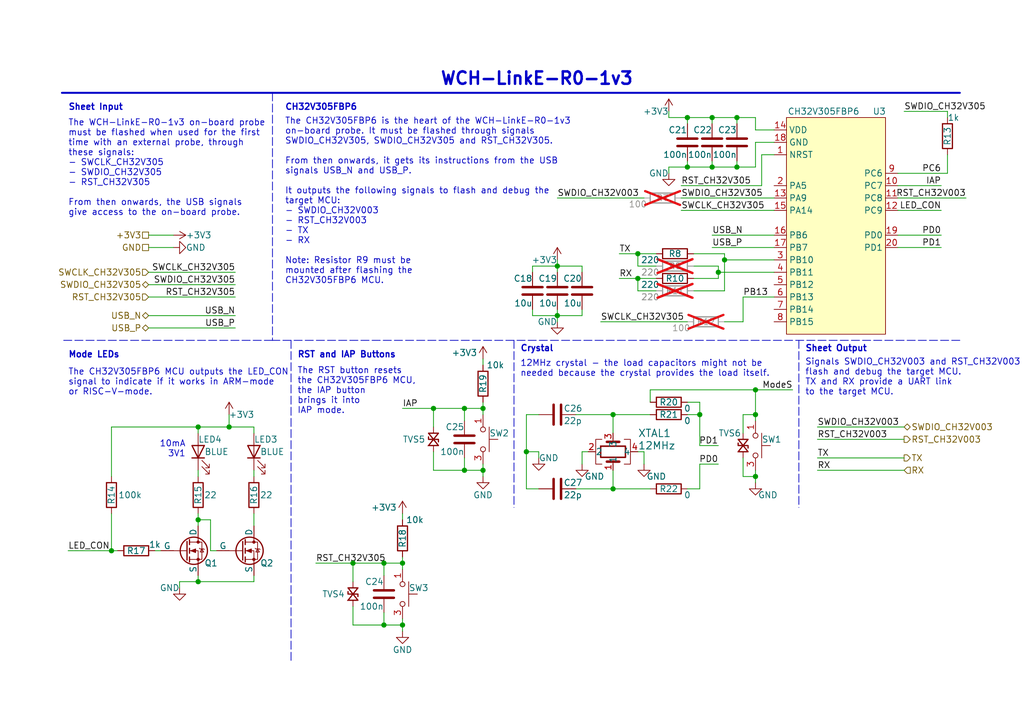
<source format=kicad_sch>
(kicad_sch (version 20230121) (generator eeschema)

  (uuid 537010f9-abde-41b7-ab49-785f50746409)

  (paper "A5")

  (title_block
    (title "Tiny Scarab")
    (date "2024-01-04")
    (rev "0.1")
    (company "Embeetle")
    (comment 1 "https://embeetle.com/tiny-scarab")
  )

  (lib_symbols
    (symbol "Device:C" (pin_numbers hide) (pin_names (offset 0.254)) (in_bom yes) (on_board yes)
      (property "Reference" "C" (at 0.635 2.54 0)
        (effects (font (size 1.27 1.27)) (justify left))
      )
      (property "Value" "C" (at 0.635 -2.54 0)
        (effects (font (size 1.27 1.27)) (justify left))
      )
      (property "Footprint" "" (at 0.9652 -3.81 0)
        (effects (font (size 1.27 1.27)) hide)
      )
      (property "Datasheet" "~" (at 0 0 0)
        (effects (font (size 1.27 1.27)) hide)
      )
      (property "ki_keywords" "cap capacitor" (at 0 0 0)
        (effects (font (size 1.27 1.27)) hide)
      )
      (property "ki_description" "Unpolarized capacitor" (at 0 0 0)
        (effects (font (size 1.27 1.27)) hide)
      )
      (property "ki_fp_filters" "C_*" (at 0 0 0)
        (effects (font (size 1.27 1.27)) hide)
      )
      (symbol "C_0_1"
        (polyline
          (pts
            (xy -2.032 -0.762)
            (xy 2.032 -0.762)
          )
          (stroke (width 0.508) (type default))
          (fill (type none))
        )
        (polyline
          (pts
            (xy -2.032 0.762)
            (xy 2.032 0.762)
          )
          (stroke (width 0.508) (type default))
          (fill (type none))
        )
      )
      (symbol "C_1_1"
        (pin passive line (at 0 3.81 270) (length 2.794)
          (name "~" (effects (font (size 1.27 1.27))))
          (number "1" (effects (font (size 1.27 1.27))))
        )
        (pin passive line (at 0 -3.81 90) (length 2.794)
          (name "~" (effects (font (size 1.27 1.27))))
          (number "2" (effects (font (size 1.27 1.27))))
        )
      )
    )
    (symbol "Device:R" (pin_numbers hide) (pin_names (offset 0)) (in_bom yes) (on_board yes)
      (property "Reference" "R" (at 2.032 0 90)
        (effects (font (size 1.27 1.27)))
      )
      (property "Value" "R" (at 0 0 90)
        (effects (font (size 1.27 1.27)))
      )
      (property "Footprint" "" (at -1.778 0 90)
        (effects (font (size 1.27 1.27)) hide)
      )
      (property "Datasheet" "~" (at 0 0 0)
        (effects (font (size 1.27 1.27)) hide)
      )
      (property "ki_keywords" "R res resistor" (at 0 0 0)
        (effects (font (size 1.27 1.27)) hide)
      )
      (property "ki_description" "Resistor" (at 0 0 0)
        (effects (font (size 1.27 1.27)) hide)
      )
      (property "ki_fp_filters" "R_*" (at 0 0 0)
        (effects (font (size 1.27 1.27)) hide)
      )
      (symbol "R_0_1"
        (rectangle (start -1.016 -2.54) (end 1.016 2.54)
          (stroke (width 0.254) (type default))
          (fill (type none))
        )
      )
      (symbol "R_1_1"
        (pin passive line (at 0 3.81 270) (length 1.27)
          (name "~" (effects (font (size 1.27 1.27))))
          (number "1" (effects (font (size 1.27 1.27))))
        )
        (pin passive line (at 0 -3.81 90) (length 1.27)
          (name "~" (effects (font (size 1.27 1.27))))
          (number "2" (effects (font (size 1.27 1.27))))
        )
      )
    )
    (symbol "Tiny_Scarab:IC_CH32V305FBP6" (in_bom yes) (on_board yes)
      (property "Reference" "U" (at 6.35 12.7 0)
        (effects (font (size 1.27 1.27)))
      )
      (property "Value" "CH32V305FBP6" (at -2.54 16.51 0)
        (effects (font (size 1.27 1.27)))
      )
      (property "Footprint" "Package_SO:TSSOP-20_4.4x6.5mm_P0.65mm" (at 1.27 -30.48 0)
        (effects (font (size 1.27 1.27)) hide)
      )
      (property "Datasheet" "" (at 3.81 -11.43 0)
        (effects (font (size 1.27 1.27)) hide)
      )
      (property "Manufacturer" "WCH" (at 0 31.75 0)
        (effects (font (size 1.27 1.27)) hide)
      )
      (property "MPN" "CH32V305FBP6" (at 0 29.21 0)
        (effects (font (size 1.27 1.27)) hide)
      )
      (property "JLCPCB Part #" "C5123443" (at 0 26.67 0)
        (effects (font (size 1.27 1.27)) hide)
      )
      (property "AliExpress" "1005004329064488" (at 0 24.13 0)
        (effects (font (size 1.27 1.27)) hide)
      )
      (property "DigiKey" "" (at 0 0 0)
        (effects (font (size 1.27 1.27)))
      )
      (property "Farnell" "" (at 0 0 0)
        (effects (font (size 1.27 1.27)))
      )
      (property "Mouser" "" (at 0 0 0)
        (effects (font (size 1.27 1.27)))
      )
      (property "ki_description" "32-bit Interconnectivity RISC-V MCU" (at 0 0 0)
        (effects (font (size 1.27 1.27)) hide)
      )
      (symbol "IC_CH32V305FBP6_1_1"
        (rectangle (start -10.16 15.24) (end 10.16 -29.21)
          (stroke (width 0) (type default))
          (fill (type background))
        )
        (pin input line (at -12.7 7.62 0) (length 2.54)
          (name "NRST" (effects (font (size 1.27 1.27))))
          (number "1" (effects (font (size 1.27 1.27))))
        )
        (pin bidirectional line (at 12.7 1.27 180) (length 2.54)
          (name "PC7" (effects (font (size 1.27 1.27))))
          (number "10" (effects (font (size 1.27 1.27))))
        )
        (pin bidirectional line (at 12.7 -1.27 180) (length 2.54)
          (name "PC8" (effects (font (size 1.27 1.27))))
          (number "11" (effects (font (size 1.27 1.27))))
        )
        (pin bidirectional line (at 12.7 -3.81 180) (length 2.54)
          (name "PC9" (effects (font (size 1.27 1.27))))
          (number "12" (effects (font (size 1.27 1.27))))
        )
        (pin bidirectional line (at -12.7 -1.27 0) (length 2.54)
          (name "PA9" (effects (font (size 1.27 1.27))))
          (number "13" (effects (font (size 1.27 1.27))))
        )
        (pin power_in line (at -12.7 12.7 0) (length 2.54)
          (name "VDD" (effects (font (size 1.27 1.27))))
          (number "14" (effects (font (size 1.27 1.27))))
        )
        (pin bidirectional line (at -12.7 -3.81 0) (length 2.54)
          (name "PA14" (effects (font (size 1.27 1.27))))
          (number "15" (effects (font (size 1.27 1.27))))
        )
        (pin bidirectional line (at -12.7 -8.89 0) (length 2.54)
          (name "PB6" (effects (font (size 1.27 1.27))))
          (number "16" (effects (font (size 1.27 1.27))))
        )
        (pin bidirectional line (at -12.7 -11.43 0) (length 2.54)
          (name "PB7" (effects (font (size 1.27 1.27))))
          (number "17" (effects (font (size 1.27 1.27))))
        )
        (pin power_in line (at -12.7 10.16 0) (length 2.54)
          (name "GND" (effects (font (size 1.27 1.27))))
          (number "18" (effects (font (size 1.27 1.27))))
        )
        (pin bidirectional line (at 12.7 -8.89 180) (length 2.54)
          (name "PD0" (effects (font (size 1.27 1.27))))
          (number "19" (effects (font (size 1.27 1.27))))
        )
        (pin bidirectional line (at -12.7 1.27 0) (length 2.54)
          (name "PA5" (effects (font (size 1.27 1.27))))
          (number "2" (effects (font (size 1.27 1.27))))
        )
        (pin bidirectional line (at 12.7 -11.43 180) (length 2.54)
          (name "PD1" (effects (font (size 1.27 1.27))))
          (number "20" (effects (font (size 1.27 1.27))))
        )
        (pin bidirectional line (at -12.7 -13.97 0) (length 2.54)
          (name "PB10" (effects (font (size 1.27 1.27))))
          (number "3" (effects (font (size 1.27 1.27))))
        )
        (pin bidirectional line (at -12.7 -16.51 0) (length 2.54)
          (name "PB11" (effects (font (size 1.27 1.27))))
          (number "4" (effects (font (size 1.27 1.27))))
        )
        (pin bidirectional line (at -12.7 -19.05 0) (length 2.54)
          (name "PB12" (effects (font (size 1.27 1.27))))
          (number "5" (effects (font (size 1.27 1.27))))
        )
        (pin bidirectional line (at -12.7 -21.59 0) (length 2.54)
          (name "PB13" (effects (font (size 1.27 1.27))))
          (number "6" (effects (font (size 1.27 1.27))))
        )
        (pin bidirectional line (at -12.7 -24.13 0) (length 2.54)
          (name "PB14" (effects (font (size 1.27 1.27))))
          (number "7" (effects (font (size 1.27 1.27))))
        )
        (pin bidirectional line (at -12.7 -26.67 0) (length 2.54)
          (name "PB15" (effects (font (size 1.27 1.27))))
          (number "8" (effects (font (size 1.27 1.27))))
        )
        (pin bidirectional line (at 12.7 3.81 180) (length 2.54)
          (name "PC6" (effects (font (size 1.27 1.27))))
          (number "9" (effects (font (size 1.27 1.27))))
        )
      )
    )
    (symbol "Tiny_Scarab:LED_BLUE_CSL0902BT" (pin_numbers hide) (pin_names (offset 1.016) hide) (in_bom yes) (on_board yes)
      (property "Reference" "LED" (at 0 2.54 0)
        (effects (font (size 1.27 1.27)))
      )
      (property "Value" "BLUE" (at 0 -2.54 0)
        (effects (font (size 1.27 1.27)))
      )
      (property "Footprint" "Tiny_Scarab:LED_0603_CSL0902BT" (at 0 25.4 0)
        (effects (font (size 1.27 1.27)) hide)
      )
      (property "Datasheet" "" (at 0 15.24 0)
        (effects (font (size 1.27 1.27)) hide)
      )
      (property "Manufacturer" "ROHM Semicon" (at 0 22.86 0)
        (effects (font (size 1.27 1.27)) hide)
      )
      (property "MPN" "CSL0902BT" (at 0 20.32 0)
        (effects (font (size 1.27 1.27)) hide)
      )
      (property "JLCPCB Part #" "" (at 0 17.78 0)
        (effects (font (size 1.27 1.27)) hide)
      )
      (property "DigiKey" "846-CSL0902BT1TR-ND" (at 0 17.78 0)
        (effects (font (size 1.27 1.27)) hide)
      )
      (property "Farnell" "3954417" (at 0 15.24 0)
        (effects (font (size 1.27 1.27)) hide)
      )
      (property "Mouser" "755-CSL0902BT1" (at 0 12.7 0)
        (effects (font (size 1.27 1.27)) hide)
      )
      (property "ki_description" "LED blue 0603" (at 0 0 0)
        (effects (font (size 1.27 1.27)) hide)
      )
      (property "ki_fp_filters" "LED* LED_SMD:* LED_THT:*" (at 0 0 0)
        (effects (font (size 1.27 1.27)) hide)
      )
      (symbol "LED_BLUE_CSL0902BT_0_1"
        (polyline
          (pts
            (xy -1.27 -1.27)
            (xy -1.27 1.27)
          )
          (stroke (width 0.254) (type default))
          (fill (type none))
        )
        (polyline
          (pts
            (xy -1.27 0)
            (xy 1.27 0)
          )
          (stroke (width 0) (type default))
          (fill (type none))
        )
        (polyline
          (pts
            (xy 1.27 -1.27)
            (xy 1.27 1.27)
            (xy -1.27 0)
            (xy 1.27 -1.27)
          )
          (stroke (width 0.254) (type default))
          (fill (type none))
        )
        (polyline
          (pts
            (xy -3.048 -0.762)
            (xy -4.572 -2.286)
            (xy -3.81 -2.286)
            (xy -4.572 -2.286)
            (xy -4.572 -1.524)
          )
          (stroke (width 0) (type default))
          (fill (type none))
        )
        (polyline
          (pts
            (xy -1.778 -0.762)
            (xy -3.302 -2.286)
            (xy -2.54 -2.286)
            (xy -3.302 -2.286)
            (xy -3.302 -1.524)
          )
          (stroke (width 0) (type default))
          (fill (type none))
        )
      )
      (symbol "LED_BLUE_CSL0902BT_1_1"
        (pin passive line (at -3.81 0 0) (length 2.54)
          (name "K" (effects (font (size 1.27 1.27))))
          (number "1" (effects (font (size 1.27 1.27))))
        )
        (pin passive line (at 3.81 0 180) (length 2.54)
          (name "A" (effects (font (size 1.27 1.27))))
          (number "2" (effects (font (size 1.27 1.27))))
        )
      )
    )
    (symbol "Tiny_Scarab:NMOS_DMG1012UW-7" (pin_numbers hide) (pin_names (offset 0)) (in_bom yes) (on_board yes)
      (property "Reference" "Q" (at 5.08 1.27 0)
        (effects (font (size 1.27 1.27)) (justify left))
      )
      (property "Value" "DMG1012UW-7" (at 5.08 -1.27 0)
        (effects (font (size 1.27 1.27)) (justify left))
      )
      (property "Footprint" "Tiny_Scarab:SOT-323_SC-70" (at 0 26.67 0)
        (effects (font (size 1.27 1.27)) hide)
      )
      (property "Datasheet" "" (at 0 -12.7 0)
        (effects (font (size 1.27 1.27)) hide)
      )
      (property "Manufacturer" "Diodes Incorporated" (at 0 24.13 0)
        (effects (font (size 1.27 1.27)) hide)
      )
      (property "MPN" "DMG1012UW-7" (at 0 21.59 0)
        (effects (font (size 1.27 1.27)) hide)
      )
      (property "JLCPCB Part #" "C156390" (at 0 19.05 0)
        (effects (font (size 1.27 1.27)) hide)
      )
      (property "DigiKey" "DMG1012UW-7DITR-ND" (at 0 16.51 0)
        (effects (font (size 1.27 1.27)) hide)
      )
      (property "Farnell" "3127309" (at 0 13.97 0)
        (effects (font (size 1.27 1.27)) hide)
      )
      (property "Mouser" "621-DMG1012UW-7" (at 0 11.43 0)
        (effects (font (size 1.27 1.27)) hide)
      )
      (property "ki_description" "NMOS 20V, 1A" (at 0 0 0)
        (effects (font (size 1.27 1.27)) hide)
      )
      (symbol "NMOS_DMG1012UW-7_0_1"
        (polyline
          (pts
            (xy 0.254 0)
            (xy -2.54 0)
          )
          (stroke (width 0) (type default))
          (fill (type none))
        )
        (polyline
          (pts
            (xy 0.254 1.905)
            (xy 0.254 -1.905)
          )
          (stroke (width 0.254) (type default))
          (fill (type none))
        )
        (polyline
          (pts
            (xy 0.762 -1.27)
            (xy 0.762 -2.286)
          )
          (stroke (width 0.254) (type default))
          (fill (type none))
        )
        (polyline
          (pts
            (xy 0.762 0.508)
            (xy 0.762 -0.508)
          )
          (stroke (width 0.254) (type default))
          (fill (type none))
        )
        (polyline
          (pts
            (xy 0.762 2.286)
            (xy 0.762 1.27)
          )
          (stroke (width 0.254) (type default))
          (fill (type none))
        )
        (polyline
          (pts
            (xy 2.54 2.54)
            (xy 2.54 1.778)
          )
          (stroke (width 0) (type default))
          (fill (type none))
        )
        (polyline
          (pts
            (xy 2.54 -2.54)
            (xy 2.54 0)
            (xy 0.762 0)
          )
          (stroke (width 0) (type default))
          (fill (type none))
        )
        (polyline
          (pts
            (xy 0.762 -1.778)
            (xy 3.302 -1.778)
            (xy 3.302 1.778)
            (xy 0.762 1.778)
          )
          (stroke (width 0) (type default))
          (fill (type none))
        )
        (polyline
          (pts
            (xy 1.016 0)
            (xy 2.032 0.381)
            (xy 2.032 -0.381)
            (xy 1.016 0)
          )
          (stroke (width 0) (type default))
          (fill (type outline))
        )
        (polyline
          (pts
            (xy 2.794 0.508)
            (xy 2.921 0.381)
            (xy 3.683 0.381)
            (xy 3.81 0.254)
          )
          (stroke (width 0) (type default))
          (fill (type none))
        )
        (polyline
          (pts
            (xy 3.302 0.381)
            (xy 2.921 -0.254)
            (xy 3.683 -0.254)
            (xy 3.302 0.381)
          )
          (stroke (width 0) (type default))
          (fill (type none))
        )
        (circle (center 1.651 0) (radius 2.794)
          (stroke (width 0.254) (type default))
          (fill (type none))
        )
        (circle (center 2.54 -1.778) (radius 0.254)
          (stroke (width 0) (type default))
          (fill (type outline))
        )
        (circle (center 2.54 1.778) (radius 0.254)
          (stroke (width 0) (type default))
          (fill (type outline))
        )
      )
      (symbol "NMOS_DMG1012UW-7_1_1"
        (pin input line (at -5.08 0 0) (length 2.54)
          (name "G" (effects (font (size 1.27 1.27))))
          (number "1" (effects (font (size 1.27 1.27))))
        )
        (pin passive line (at 2.54 -5.08 90) (length 2.54)
          (name "S" (effects (font (size 1.27 1.27))))
          (number "2" (effects (font (size 1.27 1.27))))
        )
        (pin passive line (at 2.54 5.08 270) (length 2.54)
          (name "D" (effects (font (size 1.27 1.27))))
          (number "3" (effects (font (size 1.27 1.27))))
        )
      )
    )
    (symbol "Tiny_Scarab:SW_SKRPASE010" (pin_names (offset 1.016) hide) (in_bom yes) (on_board yes)
      (property "Reference" "SW" (at 1.27 2.54 0)
        (effects (font (size 1.27 1.27)) (justify left))
      )
      (property "Value" "16V 50mA" (at 0 25.4 0)
        (effects (font (size 1.27 1.27)) hide)
      )
      (property "Footprint" "Tiny_Scarab:SW_Tactile_SPST_NO_Straight_ALPSALPINE_SKRP" (at 0 27.94 0)
        (effects (font (size 1.27 1.27)) hide)
      )
      (property "Datasheet" "https://www.farnell.com/datasheets/2864500.pdf" (at 0 22.86 0)
        (effects (font (size 1.27 1.27)) hide)
      )
      (property "Manufacturer" "ALPSALPINE" (at 0 20.32 0)
        (effects (font (size 1.27 1.27)) hide)
      )
      (property "MPN" "SKRPASE010" (at 0 17.78 0)
        (effects (font (size 1.27 1.27)) hide)
      )
      (property "JLCPCB Part #" "C470427" (at 0 15.24 0)
        (effects (font (size 1.27 1.27)) hide)
      )
      (property "DigiKey" "4809-SKRPADE010TR-ND" (at 0 12.7 0)
        (effects (font (size 1.27 1.27)) hide)
      )
      (property "Farnell" "3261826" (at 0 10.16 0)
        (effects (font (size 1.27 1.27)) hide)
      )
      (property "Mouser" "688-SKRPASE010" (at 0 7.62 0)
        (effects (font (size 1.27 1.27)) hide)
      )
      (property "ki_description" "NO push button, 16V, 50mA" (at 0 0 0)
        (effects (font (size 1.27 1.27)) hide)
      )
      (symbol "SW_SKRPASE010_0_1"
        (circle (center -2.032 0) (radius 0.508)
          (stroke (width 0) (type default))
          (fill (type none))
        )
        (polyline
          (pts
            (xy 0 1.27)
            (xy 0 3.048)
          )
          (stroke (width 0) (type default))
          (fill (type none))
        )
        (polyline
          (pts
            (xy 2.54 1.27)
            (xy -2.54 1.27)
          )
          (stroke (width 0) (type default))
          (fill (type none))
        )
        (circle (center 2.032 0) (radius 0.508)
          (stroke (width 0) (type default))
          (fill (type none))
        )
      )
      (symbol "SW_SKRPASE010_1_1"
        (pin passive line (at -5.08 0 0) (length 2.54)
          (name "1" (effects (font (size 1.27 1.27))))
          (number "1" (effects (font (size 1.27 1.27))))
        )
        (pin passive line (at -5.08 0 0) (length 2.54) hide
          (name "2" (effects (font (size 1.27 1.27))))
          (number "2" (effects (font (size 1.27 1.27))))
        )
        (pin passive line (at 5.08 0 180) (length 2.54)
          (name "3" (effects (font (size 1.27 1.27))))
          (number "3" (effects (font (size 1.27 1.27))))
        )
        (pin passive line (at 5.08 0 180) (length 2.54) hide
          (name "4" (effects (font (size 1.27 1.27))))
          (number "4" (effects (font (size 1.27 1.27))))
        )
      )
    )
    (symbol "Tiny_Scarab:TVS_SP1007-01ETG" (pin_numbers hide) (pin_names (offset 1.016)) (in_bom yes) (on_board yes)
      (property "Reference" "TVS" (at 1.27 0 0)
        (effects (font (size 1.27 1.27)) (justify left bottom))
      )
      (property "Value" "5V" (at 1.27 -2.54 0)
        (effects (font (size 1.27 1.27)) (justify left bottom))
      )
      (property "Footprint" "Tiny_Scarab:D_SOD-882_SP1007-01ETG" (at 0 22.86 0)
        (effects (font (size 1.27 1.27)) (justify bottom) hide)
      )
      (property "Datasheet" "" (at -11.43 13.97 0)
        (effects (font (size 1.27 1.27)) (justify left) hide)
      )
      (property "Manufacturer" "Littelfuse" (at 0 20.32 0)
        (effects (font (size 1.27 1.27)) (justify bottom) hide)
      )
      (property "MPN" "SP1007-01ETG" (at 0 17.78 0)
        (effects (font (size 1.27 1.27)) (justify bottom) hide)
      )
      (property "JLCPCB Part #" "C126836" (at 0 16.51 0)
        (effects (font (size 1.27 1.27)) hide)
      )
      (property "DigiKey" "F6187TR-ND" (at 0 13.97 0)
        (effects (font (size 1.27 1.27)) hide)
      )
      (property "Farnell" "2777317" (at 0 11.43 0)
        (effects (font (size 1.27 1.27)) hide)
      )
      (property "Mouser" "576-SP1007-01ETG" (at 0 8.89 0)
        (effects (font (size 1.27 1.27)) hide)
      )
      (property "ki_description" "TVS bidirectional, 6V, 3.5pF" (at 0 0 0)
        (effects (font (size 1.27 1.27)) hide)
      )
      (symbol "TVS_SP1007-01ETG_0_1"
        (polyline
          (pts
            (xy -1.016 0.508)
            (xy -1.016 0)
            (xy 1.016 0)
            (xy 1.016 -0.508)
          )
          (stroke (width 0.254) (type default))
          (fill (type none))
        )
        (polyline
          (pts
            (xy -1.016 -1.27)
            (xy 1.016 -1.27)
            (xy -1.016 1.27)
            (xy 1.016 1.27)
            (xy -1.016 -1.27)
          )
          (stroke (width 0.254) (type default))
          (fill (type none))
        )
      )
      (symbol "TVS_SP1007-01ETG_1_0"
        (pin passive line (at 0 2.54 270) (length 1.27)
          (name "~" (effects (font (size 1.016 1.016))))
          (number "1" (effects (font (size 1.016 1.016))))
        )
        (pin passive line (at 0 -2.54 90) (length 1.27)
          (name "~" (effects (font (size 1.016 1.016))))
          (number "2" (effects (font (size 1.016 1.016))))
        )
      )
    )
    (symbol "Tiny_Scarab:XTAL_SX5B12.000F2020F30" (pin_names (offset 0.254)) (in_bom yes) (on_board yes)
      (property "Reference" "XTAL" (at 1.27 7.62 0)
        (effects (font (size 1.524 1.524)) (justify left))
      )
      (property "Value" "12MHz" (at 1.27 5.08 0)
        (effects (font (size 1.524 1.524)) (justify left))
      )
      (property "Footprint" "Tiny_Scarab:CRYSTAL-SMD5032-4P" (at 0 21.59 0)
        (effects (font (size 1.27 1.27) italic) hide)
      )
      (property "Datasheet" "" (at 1.27 16.51 0)
        (effects (font (size 1.27 1.27) italic) hide)
      )
      (property "Manufacturer" "Shenzhen SCTF Elec" (at 0 19.05 0)
        (effects (font (size 1.27 1.27)) hide)
      )
      (property "MPN" "SX5B12.000F2020F30" (at 0 16.51 0)
        (effects (font (size 1.27 1.27)) hide)
      )
      (property "JLCPCB Part #" "C2901629" (at 0 13.97 0)
        (effects (font (size 1.27 1.27)) hide)
      )
      (property "DigiKey" "" (at 0 0 0)
        (effects (font (size 1.27 1.27)) hide)
      )
      (property "Farnell" "" (at 0 0 0)
        (effects (font (size 1.27 1.27)) hide)
      )
      (property "Mouser" "" (at 0 0 0)
        (effects (font (size 1.27 1.27)) hide)
      )
      (property "ki_description" "Crystal 12MHz 20pF ±20ppm" (at 0 0 0)
        (effects (font (size 1.27 1.27)) hide)
      )
      (property "ki_fp_filters" "CRYSTAL4_ECS-240-20-30B-TR_ECS" (at 0 0 0)
        (effects (font (size 1.27 1.27)) hide)
      )
      (symbol "XTAL_SX5B12.000F2020F30_0_1"
        (rectangle (start -1.143 2.54) (end 1.143 -2.54)
          (stroke (width 0.3048) (type default))
          (fill (type none))
        )
        (polyline
          (pts
            (xy -2.54 0)
            (xy -2.032 0)
          )
          (stroke (width 0) (type default))
          (fill (type none))
        )
        (polyline
          (pts
            (xy -2.032 -1.27)
            (xy -2.032 1.27)
          )
          (stroke (width 0.508) (type default))
          (fill (type none))
        )
        (polyline
          (pts
            (xy 0 -3.81)
            (xy 0 -3.556)
          )
          (stroke (width 0) (type default))
          (fill (type none))
        )
        (polyline
          (pts
            (xy 0 3.556)
            (xy 0 3.81)
          )
          (stroke (width 0) (type default))
          (fill (type none))
        )
        (polyline
          (pts
            (xy 2.032 -1.27)
            (xy 2.032 1.27)
          )
          (stroke (width 0.508) (type default))
          (fill (type none))
        )
        (polyline
          (pts
            (xy 2.032 0)
            (xy 2.54 0)
          )
          (stroke (width 0) (type default))
          (fill (type none))
        )
        (polyline
          (pts
            (xy -2.54 -2.286)
            (xy -2.54 -3.556)
            (xy 2.54 -3.556)
            (xy 2.54 -2.286)
          )
          (stroke (width 0) (type default))
          (fill (type none))
        )
        (polyline
          (pts
            (xy -2.54 2.286)
            (xy -2.54 3.556)
            (xy 2.54 3.556)
            (xy 2.54 2.286)
          )
          (stroke (width 0) (type default))
          (fill (type none))
        )
      )
      (symbol "XTAL_SX5B12.000F2020F30_1_1"
        (pin passive line (at -3.81 0 0) (length 1.27)
          (name "1" (effects (font (size 1.27 1.27))))
          (number "1" (effects (font (size 1.27 1.27))))
        )
        (pin passive line (at 0 5.08 270) (length 1.27)
          (name "2" (effects (font (size 1.27 1.27))))
          (number "2" (effects (font (size 1.27 1.27))))
        )
        (pin passive line (at 3.81 0 180) (length 1.27)
          (name "3" (effects (font (size 1.27 1.27))))
          (number "3" (effects (font (size 1.27 1.27))))
        )
        (pin passive line (at 0 -5.08 90) (length 1.27)
          (name "4" (effects (font (size 1.27 1.27))))
          (number "4" (effects (font (size 1.27 1.27))))
        )
      )
    )
    (symbol "power:+3V3" (power) (pin_names (offset 0)) (in_bom yes) (on_board yes)
      (property "Reference" "#PWR" (at 0 -3.81 0)
        (effects (font (size 1.27 1.27)) hide)
      )
      (property "Value" "+3V3" (at 0 3.556 0)
        (effects (font (size 1.27 1.27)))
      )
      (property "Footprint" "" (at 0 0 0)
        (effects (font (size 1.27 1.27)) hide)
      )
      (property "Datasheet" "" (at 0 0 0)
        (effects (font (size 1.27 1.27)) hide)
      )
      (property "ki_keywords" "global power" (at 0 0 0)
        (effects (font (size 1.27 1.27)) hide)
      )
      (property "ki_description" "Power symbol creates a global label with name \"+3V3\"" (at 0 0 0)
        (effects (font (size 1.27 1.27)) hide)
      )
      (symbol "+3V3_0_1"
        (polyline
          (pts
            (xy -0.762 1.27)
            (xy 0 2.54)
          )
          (stroke (width 0) (type default))
          (fill (type none))
        )
        (polyline
          (pts
            (xy 0 0)
            (xy 0 2.54)
          )
          (stroke (width 0) (type default))
          (fill (type none))
        )
        (polyline
          (pts
            (xy 0 2.54)
            (xy 0.762 1.27)
          )
          (stroke (width 0) (type default))
          (fill (type none))
        )
      )
      (symbol "+3V3_1_1"
        (pin power_in line (at 0 0 90) (length 0) hide
          (name "+3V3" (effects (font (size 1.27 1.27))))
          (number "1" (effects (font (size 1.27 1.27))))
        )
      )
    )
    (symbol "power:GND" (power) (pin_names (offset 0)) (in_bom yes) (on_board yes)
      (property "Reference" "#PWR" (at 0 -6.35 0)
        (effects (font (size 1.27 1.27)) hide)
      )
      (property "Value" "GND" (at 0 -3.81 0)
        (effects (font (size 1.27 1.27)))
      )
      (property "Footprint" "" (at 0 0 0)
        (effects (font (size 1.27 1.27)) hide)
      )
      (property "Datasheet" "" (at 0 0 0)
        (effects (font (size 1.27 1.27)) hide)
      )
      (property "ki_keywords" "global power" (at 0 0 0)
        (effects (font (size 1.27 1.27)) hide)
      )
      (property "ki_description" "Power symbol creates a global label with name \"GND\" , ground" (at 0 0 0)
        (effects (font (size 1.27 1.27)) hide)
      )
      (symbol "GND_0_1"
        (polyline
          (pts
            (xy 0 0)
            (xy 0 -1.27)
            (xy 1.27 -1.27)
            (xy 0 -2.54)
            (xy -1.27 -1.27)
            (xy 0 -1.27)
          )
          (stroke (width 0) (type default))
          (fill (type none))
        )
      )
      (symbol "GND_1_1"
        (pin power_in line (at 0 0 270) (length 0) hide
          (name "GND" (effects (font (size 1.27 1.27))))
          (number "1" (effects (font (size 1.27 1.27))))
        )
      )
    )
  )

  (junction (at 140.97 34.29) (diameter 0) (color 0 0 0 0)
    (uuid 046d8a75-7adf-40d4-b843-6789b3a6eae5)
  )
  (junction (at 148.59 53.34) (diameter 0) (color 0 0 0 0)
    (uuid 1277d64a-9b32-4575-bd9c-a4ce2726ce58)
  )
  (junction (at 78.74 115.57) (diameter 0) (color 0 0 0 0)
    (uuid 15fefd31-463d-4f9a-bc4d-16af76f51c61)
  )
  (junction (at 40.64 119.38) (diameter 0) (color 0 0 0 0)
    (uuid 1686afd0-d008-4763-b898-eeb30a2107e7)
  )
  (junction (at 151.13 24.13) (diameter 0) (color 0 0 0 0)
    (uuid 208a2844-6d93-47db-aba1-d7397b7cba63)
  )
  (junction (at 154.94 85.09) (diameter 0) (color 0 0 0 0)
    (uuid 244fa38b-3876-4a3a-9da9-30671180e392)
  )
  (junction (at 107.95 92.71) (diameter 0) (color 0 0 0 0)
    (uuid 286d7dab-1328-4abf-b2f9-b8ba7336d6d0)
  )
  (junction (at 40.64 106.68) (diameter 0) (color 0 0 0 0)
    (uuid 309f82b5-c9cb-4243-a4ec-757bc331cd35)
  )
  (junction (at 125.73 100.33) (diameter 0) (color 0 0 0 0)
    (uuid 30eb8049-9c84-4bf9-8d46-e03387b3a6e0)
  )
  (junction (at 78.74 128.27) (diameter 0) (color 0 0 0 0)
    (uuid 36bd26fe-edae-421f-9f8e-09f36aa2e7ea)
  )
  (junction (at 114.3 54.61) (diameter 0) (color 0 0 0 0)
    (uuid 3e8070d5-ede1-47b4-bbd6-16e4e2ef3d9c)
  )
  (junction (at 143.51 85.09) (diameter 0) (color 0 0 0 0)
    (uuid 42d433bc-c79f-4859-bbd9-c164c7e0003b)
  )
  (junction (at 130.81 57.15) (diameter 0) (color 0 0 0 0)
    (uuid 5f372c08-fc10-492d-bb08-b289cbadd5d9)
  )
  (junction (at 125.73 85.09) (diameter 0) (color 0 0 0 0)
    (uuid 6e8689f5-b2f1-4666-ad6f-0d26aa7116a0)
  )
  (junction (at 88.9 83.82) (diameter 0) (color 0 0 0 0)
    (uuid 72ef022d-0a23-43df-9198-f75bee0d7cd9)
  )
  (junction (at 130.81 52.07) (diameter 0) (color 0 0 0 0)
    (uuid 74785c43-1e68-44cb-aafa-60e71461eac4)
  )
  (junction (at 151.13 34.29) (diameter 0) (color 0 0 0 0)
    (uuid 7e9bede2-1505-4f89-9288-80f358c8953e)
  )
  (junction (at 82.55 115.57) (diameter 0) (color 0 0 0 0)
    (uuid 8107579f-489f-4545-91a1-10025faf882f)
  )
  (junction (at 72.39 115.57) (diameter 0) (color 0 0 0 0)
    (uuid 87c18d94-7c97-4573-bab6-f5b7788be07c)
  )
  (junction (at 146.05 24.13) (diameter 0) (color 0 0 0 0)
    (uuid 8eed03ce-adab-413a-905a-9282972c7c1b)
  )
  (junction (at 46.99 87.63) (diameter 0) (color 0 0 0 0)
    (uuid 910bc649-8a62-4660-851c-88f7c2982a72)
  )
  (junction (at 140.97 24.13) (diameter 0) (color 0 0 0 0)
    (uuid 97f83e77-2955-4196-818a-5ac16452ba7a)
  )
  (junction (at 99.06 83.82) (diameter 0) (color 0 0 0 0)
    (uuid aafe4441-d2fc-45f3-8b3d-fb26fe899659)
  )
  (junction (at 146.05 34.29) (diameter 0) (color 0 0 0 0)
    (uuid ad967350-7903-4fb8-a2ef-49dd262734c6)
  )
  (junction (at 147.32 55.88) (diameter 0) (color 0 0 0 0)
    (uuid b072d9b0-04e9-42eb-9e0a-5dc827f1b82f)
  )
  (junction (at 40.64 87.63) (diameter 0) (color 0 0 0 0)
    (uuid bfecb74d-e730-4cc1-804a-ec7b1186111a)
  )
  (junction (at 95.25 83.82) (diameter 0) (color 0 0 0 0)
    (uuid c4310859-c4ab-4db1-97af-b7d8120f9b5a)
  )
  (junction (at 95.25 96.52) (diameter 0) (color 0 0 0 0)
    (uuid c69f5cb9-b55a-426d-94a7-73820830d0e7)
  )
  (junction (at 82.55 128.27) (diameter 0) (color 0 0 0 0)
    (uuid cea1a7ab-0e8f-499d-8961-4c9ab4cd8225)
  )
  (junction (at 114.3 64.77) (diameter 0) (color 0 0 0 0)
    (uuid deec1f17-0bf5-4454-bb37-801efa3d101b)
  )
  (junction (at 154.94 80.01) (diameter 0) (color 0 0 0 0)
    (uuid e6f80fda-982b-4f5e-bb11-429967062e52)
  )
  (junction (at 99.06 96.52) (diameter 0) (color 0 0 0 0)
    (uuid eae537e6-3791-450b-9028-19fd569d2fdb)
  )
  (junction (at 22.86 113.03) (diameter 0) (color 0 0 0 0)
    (uuid f4c515db-c07b-4af7-b68c-78cadcdf9da7)
  )
  (junction (at 154.94 97.79) (diameter 0) (color 0 0 0 0)
    (uuid fac1a27c-8997-4bf5-bed2-0ccde59c8e91)
  )

  (wire (pts (xy 52.07 96.52) (xy 52.07 97.79))
    (stroke (width 0) (type default))
    (uuid 00ffa3de-7763-4bcb-9b91-d96926daa128)
  )
  (wire (pts (xy 22.86 87.63) (xy 22.86 97.79))
    (stroke (width 0) (type default))
    (uuid 0376c45e-7536-4b34-a298-16bf6c908a67)
  )
  (wire (pts (xy 143.51 95.25) (xy 147.32 95.25))
    (stroke (width 0) (type default))
    (uuid 03ffdc6a-854b-4ba4-8c40-6214d504cbbf)
  )
  (wire (pts (xy 130.81 54.61) (xy 130.81 52.07))
    (stroke (width 0) (type default))
    (uuid 049aea00-d0bf-4649-b49a-919bd48a8795)
  )
  (wire (pts (xy 152.4 97.79) (xy 154.94 97.79))
    (stroke (width 0) (type default))
    (uuid 058e0aa0-8f35-444b-b0a4-d55e82910879)
  )
  (wire (pts (xy 137.16 24.13) (xy 140.97 24.13))
    (stroke (width 0) (type default))
    (uuid 059ada3f-2f69-40ce-8c19-4dfe46065b46)
  )
  (wire (pts (xy 114.3 64.77) (xy 114.3 66.04))
    (stroke (width 0) (type default))
    (uuid 079ef9e5-a9e6-4753-9b93-cbbc15a07203)
  )
  (wire (pts (xy 125.73 85.09) (xy 125.73 88.9))
    (stroke (width 0) (type default))
    (uuid 0934f080-63f3-4094-a9a6-137de12d8ae9)
  )
  (wire (pts (xy 184.15 43.18) (xy 193.04 43.18))
    (stroke (width 0) (type default))
    (uuid 0a72c9f5-33eb-48b7-a5a0-082d6cc85ccf)
  )
  (wire (pts (xy 99.06 83.82) (xy 99.06 82.55))
    (stroke (width 0) (type default))
    (uuid 0baff35f-7962-401f-bc07-f0134df5e0af)
  )
  (wire (pts (xy 95.25 83.82) (xy 95.25 86.36))
    (stroke (width 0) (type default))
    (uuid 0d94629f-1e52-41ed-841f-8b22633f905c)
  )
  (wire (pts (xy 139.7 38.1) (xy 156.21 38.1))
    (stroke (width 0) (type default))
    (uuid 0f6bd62f-8ffe-4537-8a39-e79f993f13c6)
  )
  (wire (pts (xy 110.49 93.98) (xy 110.49 92.71))
    (stroke (width 0) (type default))
    (uuid 10584e1f-a263-4ccf-a373-daf8a8ea568a)
  )
  (wire (pts (xy 119.38 92.71) (xy 119.38 95.25))
    (stroke (width 0) (type default))
    (uuid 10cda75f-9e30-4935-883a-a2e6d93b0302)
  )
  (wire (pts (xy 184.15 50.8) (xy 193.04 50.8))
    (stroke (width 0) (type default))
    (uuid 10ef3182-2eaa-4177-8c95-70e2024b61ce)
  )
  (wire (pts (xy 82.55 127) (xy 82.55 128.27))
    (stroke (width 0) (type default))
    (uuid 11bc3683-c2bc-410d-a5f8-668776a76405)
  )
  (wire (pts (xy 125.73 100.33) (xy 125.73 96.52))
    (stroke (width 0) (type default))
    (uuid 1539311c-a4b2-44ab-9dd7-0d1f88ea102f)
  )
  (wire (pts (xy 114.3 54.61) (xy 114.3 55.88))
    (stroke (width 0) (type default))
    (uuid 1560dde1-4ea1-4063-aa13-79575f918da2)
  )
  (wire (pts (xy 140.97 85.09) (xy 143.51 85.09))
    (stroke (width 0) (type default))
    (uuid 168c3449-8b2e-4d3a-9190-35e3be8b2369)
  )
  (wire (pts (xy 46.99 87.63) (xy 52.07 87.63))
    (stroke (width 0) (type default))
    (uuid 17362f75-fc7f-4076-9bde-879e06e9a659)
  )
  (wire (pts (xy 140.97 34.29) (xy 146.05 34.29))
    (stroke (width 0) (type default))
    (uuid 173dfed0-e6d2-4c6f-878e-e709aeab9505)
  )
  (wire (pts (xy 123.19 66.04) (xy 140.97 66.04))
    (stroke (width 0) (type default))
    (uuid 1e7e4c5c-c4c4-4d1c-81c8-9b1360ca8703)
  )
  (wire (pts (xy 95.25 83.82) (xy 99.06 83.82))
    (stroke (width 0) (type default))
    (uuid 1f3015b6-babf-4df1-b025-94bcc8781abe)
  )
  (wire (pts (xy 139.7 40.64) (xy 158.75 40.64))
    (stroke (width 0) (type default))
    (uuid 1f866005-0fea-4939-a49e-1f6e15dd95ea)
  )
  (polyline (pts (xy 163.83 69.85) (xy 163.83 104.14))
    (stroke (width 0) (type dash))
    (uuid 1f9e85a7-3fe5-4974-8e92-52c563b590f0)
  )

  (wire (pts (xy 13.97 113.03) (xy 22.86 113.03))
    (stroke (width 0) (type default))
    (uuid 2008413b-77c5-4f29-8cd0-3725a3ab4500)
  )
  (wire (pts (xy 82.55 128.27) (xy 78.74 128.27))
    (stroke (width 0) (type default))
    (uuid 200f6e70-8a9b-4fb5-ba89-722edf716dac)
  )
  (wire (pts (xy 99.06 73.66) (xy 99.06 74.93))
    (stroke (width 0) (type default))
    (uuid 215358f6-4917-4521-92e6-047f0be42770)
  )
  (wire (pts (xy 146.05 24.13) (xy 151.13 24.13))
    (stroke (width 0) (type default))
    (uuid 21b597b0-9784-474d-98c2-f71f90a7a2ff)
  )
  (wire (pts (xy 146.05 24.13) (xy 146.05 25.4))
    (stroke (width 0) (type default))
    (uuid 22e03a72-6072-4408-ba99-a143505a6f43)
  )
  (wire (pts (xy 151.13 33.02) (xy 151.13 34.29))
    (stroke (width 0) (type default))
    (uuid 22fc9b71-4f38-46d8-801a-ad612283693b)
  )
  (wire (pts (xy 40.64 106.68) (xy 40.64 107.95))
    (stroke (width 0) (type default))
    (uuid 274682be-1688-47b0-bc3c-9e9a316336ac)
  )
  (wire (pts (xy 35.56 48.26) (xy 30.48 48.26))
    (stroke (width 0) (type default))
    (uuid 2764f14d-0a61-45b7-ad98-56c2b6c697af)
  )
  (wire (pts (xy 152.4 85.09) (xy 154.94 85.09))
    (stroke (width 0) (type default))
    (uuid 281ffcb1-506c-480a-ba80-58813d2cd337)
  )
  (wire (pts (xy 107.95 85.09) (xy 107.95 92.71))
    (stroke (width 0) (type default))
    (uuid 2a425529-46e5-472a-a7c8-6c09d5c84540)
  )
  (wire (pts (xy 140.97 82.55) (xy 143.51 82.55))
    (stroke (width 0) (type default))
    (uuid 2add79d0-a495-4be9-ac94-af55080d3f61)
  )
  (wire (pts (xy 114.3 40.64) (xy 132.08 40.64))
    (stroke (width 0) (type default))
    (uuid 2b083e8a-ac55-49aa-bf9f-ffc2aa2975ac)
  )
  (wire (pts (xy 109.22 63.5) (xy 109.22 64.77))
    (stroke (width 0) (type default))
    (uuid 2b9d9001-eed4-4568-b2fb-4ef0346c9344)
  )
  (polyline (pts (xy 55.88 69.85) (xy 12.7 69.85))
    (stroke (width 0) (type dash))
    (uuid 2cb25156-4f89-4b75-96fe-31328b1570ed)
  )

  (wire (pts (xy 95.25 96.52) (xy 99.06 96.52))
    (stroke (width 0) (type default))
    (uuid 2daa2237-47fe-4b30-98e7-dc67522fd339)
  )
  (wire (pts (xy 125.73 100.33) (xy 133.35 100.33))
    (stroke (width 0) (type default))
    (uuid 32970c07-917d-4c7e-9e60-574957e452cd)
  )
  (wire (pts (xy 72.39 115.57) (xy 78.74 115.57))
    (stroke (width 0) (type default))
    (uuid 3623ac85-eb4e-46e9-a460-b8fa2bc884c5)
  )
  (wire (pts (xy 36.83 119.38) (xy 40.64 119.38))
    (stroke (width 0) (type default))
    (uuid 36622ccd-9a5f-45ec-afc3-c2ee814ab8e2)
  )
  (wire (pts (xy 130.81 59.69) (xy 130.81 57.15))
    (stroke (width 0) (type default))
    (uuid 36bb5be0-d1d8-41e2-89b7-2d41945a911b)
  )
  (wire (pts (xy 78.74 125.73) (xy 78.74 128.27))
    (stroke (width 0) (type default))
    (uuid 37beb3d3-0230-4113-b598-013df87eb7dd)
  )
  (wire (pts (xy 146.05 48.26) (xy 158.75 48.26))
    (stroke (width 0) (type default))
    (uuid 390c644d-c244-4bb3-8187-6c15821ce4c6)
  )
  (wire (pts (xy 156.21 31.75) (xy 158.75 31.75))
    (stroke (width 0) (type default))
    (uuid 3c70b365-fa51-4272-af98-25e63e782fdf)
  )
  (wire (pts (xy 184.15 40.64) (xy 198.12 40.64))
    (stroke (width 0) (type default))
    (uuid 3d25a488-de62-4f7f-b587-b1a65f7a9bc5)
  )
  (wire (pts (xy 31.75 113.03) (xy 33.02 113.03))
    (stroke (width 0) (type default))
    (uuid 3d2d4c57-2baa-4968-bed7-c60d4688293f)
  )
  (wire (pts (xy 114.3 63.5) (xy 114.3 64.77))
    (stroke (width 0) (type default))
    (uuid 4338b51f-051d-4508-b074-0f12bdf0ac48)
  )
  (wire (pts (xy 154.94 96.52) (xy 154.94 97.79))
    (stroke (width 0) (type default))
    (uuid 452271a4-95f0-4039-8537-f1e9d8431053)
  )
  (wire (pts (xy 134.62 59.69) (xy 130.81 59.69))
    (stroke (width 0) (type default))
    (uuid 462c5872-e96c-4cf4-b024-feba136d9594)
  )
  (wire (pts (xy 88.9 96.52) (xy 95.25 96.52))
    (stroke (width 0) (type default))
    (uuid 468f8cd8-e1ae-4831-8c4a-117d9ad2ac8d)
  )
  (wire (pts (xy 72.39 124.46) (xy 72.39 128.27))
    (stroke (width 0) (type default))
    (uuid 473cdacf-ef9f-4eba-9198-e0c65f27e779)
  )
  (wire (pts (xy 48.26 64.77) (xy 30.48 64.77))
    (stroke (width 0) (type default))
    (uuid 47cc7247-a7a7-458d-9d57-72b2e537ec54)
  )
  (wire (pts (xy 22.86 105.41) (xy 22.86 113.03))
    (stroke (width 0) (type default))
    (uuid 47e3aed0-1f27-42db-babf-2b17c985234b)
  )
  (wire (pts (xy 152.4 66.04) (xy 152.4 60.96))
    (stroke (width 0) (type default))
    (uuid 47f229b1-0d0a-4175-b5cf-7b513fb3563f)
  )
  (wire (pts (xy 119.38 55.88) (xy 119.38 54.61))
    (stroke (width 0) (type default))
    (uuid 481d1253-9e5e-4a2d-b05e-2fec5dfccb46)
  )
  (wire (pts (xy 95.25 93.98) (xy 95.25 96.52))
    (stroke (width 0) (type default))
    (uuid 487ca11b-1ddd-45f3-974b-cb470ad34686)
  )
  (polyline (pts (xy 105.41 69.85) (xy 105.41 104.14))
    (stroke (width 0) (type dash))
    (uuid 48d6c6d4-1375-4eaf-b6e1-046d4c1a5962)
  )

  (wire (pts (xy 147.32 54.61) (xy 147.32 55.88))
    (stroke (width 0) (type default))
    (uuid 4b45e538-7710-49ff-9565-03a7ee237cc1)
  )
  (wire (pts (xy 64.77 115.57) (xy 72.39 115.57))
    (stroke (width 0) (type default))
    (uuid 4bc248a3-dec9-416c-9d0a-d8d3c8114741)
  )
  (wire (pts (xy 154.94 29.21) (xy 158.75 29.21))
    (stroke (width 0) (type default))
    (uuid 4e0588f3-bd70-421e-92bf-fe3b689bd204)
  )
  (wire (pts (xy 48.26 55.88) (xy 30.48 55.88))
    (stroke (width 0) (type default))
    (uuid 4f459d3f-16cd-498d-8b7c-e52f8c312ec1)
  )
  (wire (pts (xy 109.22 54.61) (xy 114.3 54.61))
    (stroke (width 0) (type default))
    (uuid 56ef01a6-4f11-4873-adf0-37ba8628de2d)
  )
  (wire (pts (xy 99.06 96.52) (xy 99.06 97.79))
    (stroke (width 0) (type default))
    (uuid 5764f466-11b0-4d45-a6da-7fc7998c3f20)
  )
  (wire (pts (xy 52.07 87.63) (xy 52.07 88.9))
    (stroke (width 0) (type default))
    (uuid 58406a13-c6cb-462f-a174-94ae62471d7e)
  )
  (wire (pts (xy 109.22 55.88) (xy 109.22 54.61))
    (stroke (width 0) (type default))
    (uuid 5b337611-057f-49fb-914f-dffd5c7ad7d5)
  )
  (wire (pts (xy 82.55 114.3) (xy 82.55 115.57))
    (stroke (width 0) (type default))
    (uuid 5e7aad55-c918-473e-b79d-fa7efac03836)
  )
  (wire (pts (xy 88.9 83.82) (xy 95.25 83.82))
    (stroke (width 0) (type default))
    (uuid 5fba1dbc-6a6f-4abe-b12f-323f74ba531a)
  )
  (wire (pts (xy 125.73 85.09) (xy 133.35 85.09))
    (stroke (width 0) (type default))
    (uuid 617bc3ff-f794-443e-93d8-39309558ba87)
  )
  (wire (pts (xy 22.86 87.63) (xy 40.64 87.63))
    (stroke (width 0) (type default))
    (uuid 62ee462a-5fe0-4581-b679-30ba3f142272)
  )
  (wire (pts (xy 118.11 100.33) (xy 125.73 100.33))
    (stroke (width 0) (type default))
    (uuid 63375cde-49db-41f3-8fd0-e4e79d1bc707)
  )
  (wire (pts (xy 99.06 83.82) (xy 99.06 85.09))
    (stroke (width 0) (type default))
    (uuid 66148f4d-d07c-4d69-a150-fdea7f86310c)
  )
  (wire (pts (xy 194.31 31.75) (xy 194.31 35.56))
    (stroke (width 0) (type default))
    (uuid 6684a0aa-60c8-44da-823c-b38f8110902f)
  )
  (wire (pts (xy 107.95 100.33) (xy 110.49 100.33))
    (stroke (width 0) (type default))
    (uuid 6980fba4-ffaa-49a3-be9b-f9baac46fc1c)
  )
  (wire (pts (xy 82.55 115.57) (xy 78.74 115.57))
    (stroke (width 0) (type default))
    (uuid 6a550fca-c4ec-44f2-8e6d-956338b70b1d)
  )
  (wire (pts (xy 52.07 105.41) (xy 52.07 107.95))
    (stroke (width 0) (type default))
    (uuid 6b1fe42e-3878-43c2-b680-ddcc9efaf030)
  )
  (wire (pts (xy 119.38 54.61) (xy 114.3 54.61))
    (stroke (width 0) (type default))
    (uuid 6d2fc609-a9c9-4148-974a-4097bac9235e)
  )
  (wire (pts (xy 152.4 60.96) (xy 158.75 60.96))
    (stroke (width 0) (type default))
    (uuid 701b91de-fb0b-45a5-9b71-b7a3462d35da)
  )
  (wire (pts (xy 82.55 83.82) (xy 88.9 83.82))
    (stroke (width 0) (type default))
    (uuid 714d1e34-268f-4d52-97e5-291fc1747370)
  )
  (wire (pts (xy 35.56 50.8) (xy 30.48 50.8))
    (stroke (width 0) (type default))
    (uuid 7247cf40-8c25-492f-a66c-773f899868dd)
  )
  (wire (pts (xy 133.35 80.01) (xy 154.94 80.01))
    (stroke (width 0) (type default))
    (uuid 74878320-a97a-4974-8fd5-b34057a496fe)
  )
  (wire (pts (xy 120.65 92.71) (xy 119.38 92.71))
    (stroke (width 0) (type default))
    (uuid 75b7e58a-e995-4a07-857f-44ce989058b0)
  )
  (wire (pts (xy 43.18 113.03) (xy 43.18 106.68))
    (stroke (width 0) (type default))
    (uuid 77b136ce-8bb1-4e40-acfe-1b218ed663e1)
  )
  (wire (pts (xy 40.64 88.9) (xy 40.64 87.63))
    (stroke (width 0) (type default))
    (uuid 781604d4-f96a-4c50-aae7-634283488fee)
  )
  (polyline (pts (xy 196.85 19.05) (xy 12.7 19.05))
    (stroke (width 0.4) (type default))
    (uuid 782073e5-aa74-49e7-8a42-e94f588c3f1d)
  )

  (wire (pts (xy 133.35 80.01) (xy 133.35 82.55))
    (stroke (width 0) (type default))
    (uuid 78a67a89-7406-4657-904c-6ab4a35e7eed)
  )
  (wire (pts (xy 148.59 52.07) (xy 148.59 53.34))
    (stroke (width 0) (type default))
    (uuid 7af1d019-0317-41a0-9602-8d939134b3b3)
  )
  (wire (pts (xy 43.18 106.68) (xy 40.64 106.68))
    (stroke (width 0) (type default))
    (uuid 7ed1f1d6-64a1-4762-bc32-7f8eacde1bbe)
  )
  (wire (pts (xy 154.94 34.29) (xy 151.13 34.29))
    (stroke (width 0) (type default))
    (uuid 7f30a913-d73d-4642-ad13-45b5a29c8977)
  )
  (wire (pts (xy 167.64 90.17) (xy 185.42 90.17))
    (stroke (width 0) (type default))
    (uuid 8094afe2-110b-46e2-8b99-a215a70bed82)
  )
  (wire (pts (xy 137.16 34.29) (xy 137.16 35.56))
    (stroke (width 0) (type default))
    (uuid 80bcec34-c563-4c10-aa41-3e94c173ebaf)
  )
  (wire (pts (xy 110.49 85.09) (xy 107.95 85.09))
    (stroke (width 0) (type default))
    (uuid 810008c7-864e-4b49-a274-16897216ab63)
  )
  (wire (pts (xy 40.64 105.41) (xy 40.64 106.68))
    (stroke (width 0) (type default))
    (uuid 8293d223-07f9-447b-bf82-03634759f6ae)
  )
  (polyline (pts (xy 59.69 69.85) (xy 59.69 135.89))
    (stroke (width 0) (type dash))
    (uuid 88426974-aba6-49a0-af50-a211b46abbf9)
  )

  (wire (pts (xy 143.51 100.33) (xy 140.97 100.33))
    (stroke (width 0) (type default))
    (uuid 884a34c1-29ef-45eb-8b93-b1bcc0f39a91)
  )
  (wire (pts (xy 167.64 93.98) (xy 185.42 93.98))
    (stroke (width 0) (type default))
    (uuid 88e48238-f994-4c7f-ad90-064b7d2aaae4)
  )
  (wire (pts (xy 154.94 97.79) (xy 154.94 99.06))
    (stroke (width 0) (type default))
    (uuid 8a67066b-5089-47b4-8add-adad456eac4a)
  )
  (wire (pts (xy 148.59 53.34) (xy 158.75 53.34))
    (stroke (width 0) (type default))
    (uuid 8e51ffde-2f1c-40f7-a95f-1be0855ed9b9)
  )
  (wire (pts (xy 148.59 59.69) (xy 148.59 53.34))
    (stroke (width 0) (type default))
    (uuid 8eb4c35f-1c11-4f1a-8508-91770d4ae224)
  )
  (wire (pts (xy 140.97 24.13) (xy 146.05 24.13))
    (stroke (width 0) (type default))
    (uuid 8f204de3-a410-4c6f-8891-1cbe3c4e25da)
  )
  (wire (pts (xy 82.55 105.41) (xy 82.55 106.68))
    (stroke (width 0) (type default))
    (uuid 90b75985-2354-457b-9534-31db3c37abb5)
  )
  (wire (pts (xy 167.64 96.52) (xy 185.42 96.52))
    (stroke (width 0) (type default))
    (uuid 90ee5d51-d91e-4147-b5f4-cd70c792414b)
  )
  (polyline (pts (xy 196.85 69.85) (xy 55.88 69.85))
    (stroke (width 0) (type dash))
    (uuid 9346689d-4381-452b-8007-f6470eb0818a)
  )

  (wire (pts (xy 48.26 58.42) (xy 30.48 58.42))
    (stroke (width 0) (type default))
    (uuid 94d01c75-b1e8-4686-bb96-fc60615de654)
  )
  (wire (pts (xy 119.38 63.5) (xy 119.38 64.77))
    (stroke (width 0) (type default))
    (uuid 9632b7c5-e2de-406e-89ca-ee09dee6335e)
  )
  (wire (pts (xy 137.16 34.29) (xy 140.97 34.29))
    (stroke (width 0) (type default))
    (uuid 98701d73-ecbc-43e8-aa31-b4345eb54fe0)
  )
  (wire (pts (xy 142.24 54.61) (xy 147.32 54.61))
    (stroke (width 0) (type default))
    (uuid 98943750-51e0-43a0-a1d5-7726a5f0f655)
  )
  (wire (pts (xy 156.21 38.1) (xy 156.21 31.75))
    (stroke (width 0) (type default))
    (uuid 9ba46fc6-3ae6-4043-9e5e-ed4f623048a2)
  )
  (wire (pts (xy 151.13 24.13) (xy 154.94 24.13))
    (stroke (width 0) (type default))
    (uuid 9cde0d2c-6393-496a-b754-e86e19882e34)
  )
  (wire (pts (xy 40.64 87.63) (xy 46.99 87.63))
    (stroke (width 0) (type default))
    (uuid 9ceaef83-0085-466d-be42-b2cd684f381d)
  )
  (wire (pts (xy 107.95 92.71) (xy 107.95 100.33))
    (stroke (width 0) (type default))
    (uuid 9e029851-3d8b-4129-8c9c-b0aa3ca50520)
  )
  (wire (pts (xy 147.32 55.88) (xy 158.75 55.88))
    (stroke (width 0) (type default))
    (uuid 9f00c0dc-a5e7-4548-b110-33ec6d03fda3)
  )
  (wire (pts (xy 151.13 24.13) (xy 151.13 25.4))
    (stroke (width 0) (type default))
    (uuid a0440a52-ece0-4688-9115-923bf244edd3)
  )
  (wire (pts (xy 109.22 64.77) (xy 114.3 64.77))
    (stroke (width 0) (type default))
    (uuid a3d2a727-fa1c-4d21-a084-306aca87da5c)
  )
  (wire (pts (xy 146.05 33.02) (xy 146.05 34.29))
    (stroke (width 0) (type default))
    (uuid a51451e6-20c1-4c15-9c6b-cfd1bf01abe9)
  )
  (wire (pts (xy 130.81 92.71) (xy 132.08 92.71))
    (stroke (width 0) (type default))
    (uuid a55ec769-41f1-4934-b38f-23adaa128ead)
  )
  (wire (pts (xy 167.64 87.63) (xy 185.42 87.63))
    (stroke (width 0) (type default))
    (uuid a63bb98f-db53-45d3-af3d-651f1b80e971)
  )
  (wire (pts (xy 134.62 54.61) (xy 130.81 54.61))
    (stroke (width 0) (type default))
    (uuid a6d308e5-db0d-4eb4-a8e8-b1a515c3f589)
  )
  (wire (pts (xy 52.07 119.38) (xy 52.07 118.11))
    (stroke (width 0) (type default))
    (uuid a74ef628-c7ce-4bda-99f5-53fe1f3c92d4)
  )
  (polyline (pts (xy 55.88 19.05) (xy 55.88 69.85))
    (stroke (width 0) (type dash))
    (uuid a74fa46b-00e3-431a-8a0d-93ca0309c1ad)
  )

  (wire (pts (xy 184.15 48.26) (xy 193.04 48.26))
    (stroke (width 0) (type default))
    (uuid a7bf645b-66a9-405c-9977-b3b8c25120d5)
  )
  (wire (pts (xy 43.18 113.03) (xy 44.45 113.03))
    (stroke (width 0) (type default))
    (uuid ab8b452a-ef8f-4e04-a7a5-cb8725c67977)
  )
  (wire (pts (xy 194.31 24.13) (xy 194.31 22.86))
    (stroke (width 0) (type default))
    (uuid ac14ff6d-8c82-4222-988c-04761b2755ed)
  )
  (wire (pts (xy 148.59 66.04) (xy 152.4 66.04))
    (stroke (width 0) (type default))
    (uuid ad85a81d-3185-4fec-8444-3e763b666452)
  )
  (wire (pts (xy 139.7 43.18) (xy 158.75 43.18))
    (stroke (width 0) (type default))
    (uuid ae08d8ad-648f-4174-a90d-0301b4d56241)
  )
  (wire (pts (xy 130.81 52.07) (xy 134.62 52.07))
    (stroke (width 0) (type default))
    (uuid ae24e8f2-8466-4bbc-9b0d-36a93eeb00d5)
  )
  (wire (pts (xy 127 57.15) (xy 130.81 57.15))
    (stroke (width 0) (type default))
    (uuid aefc8997-6e5a-4358-8585-441db16e1b0d)
  )
  (wire (pts (xy 152.4 85.09) (xy 152.4 88.9))
    (stroke (width 0) (type default))
    (uuid afb4e3ed-da22-47fc-891f-b2323f774a4a)
  )
  (wire (pts (xy 154.94 80.01) (xy 162.56 80.01))
    (stroke (width 0) (type default))
    (uuid b2aeb9bf-b79a-4cb3-96d0-a9383ffd8cc2)
  )
  (wire (pts (xy 147.32 57.15) (xy 147.32 55.88))
    (stroke (width 0) (type default))
    (uuid b32521dc-e476-4d0e-9def-022008b01612)
  )
  (wire (pts (xy 40.64 119.38) (xy 52.07 119.38))
    (stroke (width 0) (type default))
    (uuid b72faaf0-9918-4949-8f40-7da18aa59be1)
  )
  (wire (pts (xy 132.08 92.71) (xy 132.08 95.25))
    (stroke (width 0) (type default))
    (uuid b8308d4f-c57e-443c-aa3d-554a21277ca4)
  )
  (wire (pts (xy 142.24 59.69) (xy 148.59 59.69))
    (stroke (width 0) (type default))
    (uuid c0a387f0-a25d-499b-9cf0-a6cf23b9f522)
  )
  (wire (pts (xy 88.9 92.71) (xy 88.9 96.52))
    (stroke (width 0) (type default))
    (uuid c10cbb42-0b93-4260-bb9b-df49250b6482)
  )
  (wire (pts (xy 48.26 60.96) (xy 30.48 60.96))
    (stroke (width 0) (type default))
    (uuid c141351e-bf91-4df5-9643-8c69daf341dc)
  )
  (wire (pts (xy 142.24 57.15) (xy 147.32 57.15))
    (stroke (width 0) (type default))
    (uuid c27cfe52-41bd-4bf2-8a2a-6f0aa1fac9ad)
  )
  (wire (pts (xy 140.97 33.02) (xy 140.97 34.29))
    (stroke (width 0) (type default))
    (uuid c2dfdf62-20ef-4a46-90d4-a5f624f2d1b4)
  )
  (wire (pts (xy 154.94 34.29) (xy 154.94 29.21))
    (stroke (width 0) (type default))
    (uuid c347480e-d8a8-4a5e-997b-10ad0df8c17e)
  )
  (wire (pts (xy 127 52.07) (xy 130.81 52.07))
    (stroke (width 0) (type default))
    (uuid c4c3ec4e-ce0a-43ab-8568-600ee003b61d)
  )
  (wire (pts (xy 40.64 96.52) (xy 40.64 97.79))
    (stroke (width 0) (type default))
    (uuid c6316c51-fa9b-47b7-a74a-f5d72c9b004f)
  )
  (wire (pts (xy 40.64 118.11) (xy 40.64 119.38))
    (stroke (width 0) (type default))
    (uuid c96ea392-50e5-4127-af78-825588a6aad8)
  )
  (wire (pts (xy 118.11 85.09) (xy 125.73 85.09))
    (stroke (width 0) (type default))
    (uuid c9cb0051-a496-40ba-90f8-5c1a6b4d8c53)
  )
  (wire (pts (xy 142.24 52.07) (xy 148.59 52.07))
    (stroke (width 0) (type default))
    (uuid ca1d2aae-b027-472c-8f4f-8e79853b4d27)
  )
  (wire (pts (xy 194.31 22.86) (xy 185.42 22.86))
    (stroke (width 0) (type default))
    (uuid caaeff58-4c47-4a79-9ef0-b37797f3c500)
  )
  (wire (pts (xy 22.86 113.03) (xy 24.13 113.03))
    (stroke (width 0) (type default))
    (uuid ccfe3abe-717a-45ba-8d3b-db02d82f7426)
  )
  (wire (pts (xy 154.94 85.09) (xy 154.94 86.36))
    (stroke (width 0) (type default))
    (uuid cfc1c401-5092-4d12-8600-3247cf5bae5e)
  )
  (wire (pts (xy 72.39 115.57) (xy 72.39 119.38))
    (stroke (width 0) (type default))
    (uuid cfd60cf8-c955-4bd8-9e2c-8252b8d58be0)
  )
  (wire (pts (xy 140.97 24.13) (xy 140.97 25.4))
    (stroke (width 0) (type default))
    (uuid d1c26efc-025b-4178-a92f-d8e4bb7abb8a)
  )
  (wire (pts (xy 48.26 67.31) (xy 30.48 67.31))
    (stroke (width 0) (type default))
    (uuid d80ba46d-9477-4272-b857-e80f198c7073)
  )
  (wire (pts (xy 88.9 83.82) (xy 88.9 87.63))
    (stroke (width 0) (type default))
    (uuid dad002f4-b2c0-48a4-96f5-75f76ecbebe5)
  )
  (wire (pts (xy 137.16 24.13) (xy 137.16 22.86))
    (stroke (width 0) (type default))
    (uuid de6a8b28-7e89-4391-aae4-771e8bcf0a5d)
  )
  (wire (pts (xy 36.83 119.38) (xy 36.83 120.65))
    (stroke (width 0) (type default))
    (uuid dee2dc88-56bf-47d7-ad0c-65b753e1eea7)
  )
  (wire (pts (xy 143.51 91.44) (xy 147.32 91.44))
    (stroke (width 0) (type default))
    (uuid e0008631-c5a4-4c2c-ae56-8ad63296d340)
  )
  (wire (pts (xy 130.81 57.15) (xy 134.62 57.15))
    (stroke (width 0) (type default))
    (uuid e0611fc8-e275-4f2e-9710-0dfe77ef9a36)
  )
  (wire (pts (xy 154.94 24.13) (xy 154.94 26.67))
    (stroke (width 0) (type default))
    (uuid e0afd2cf-707b-4005-80ea-140078d83512)
  )
  (wire (pts (xy 82.55 129.54) (xy 82.55 128.27))
    (stroke (width 0) (type default))
    (uuid e0b6680f-5f3c-4de5-a04c-dc576eaf2197)
  )
  (wire (pts (xy 146.05 50.8) (xy 158.75 50.8))
    (stroke (width 0) (type default))
    (uuid e18a53bf-e3bb-4cec-af34-267d7c8ff6bb)
  )
  (wire (pts (xy 78.74 118.11) (xy 78.74 115.57))
    (stroke (width 0) (type default))
    (uuid e23ca8eb-3fcf-4f83-8805-e8aa33eb91e9)
  )
  (wire (pts (xy 82.55 116.84) (xy 82.55 115.57))
    (stroke (width 0) (type default))
    (uuid e2abd57f-36a1-4964-b69a-3000bc0721ba)
  )
  (wire (pts (xy 46.99 85.09) (xy 46.99 87.63))
    (stroke (width 0) (type default))
    (uuid e75e2f87-f8f1-4405-8abf-68a155ee4129)
  )
  (wire (pts (xy 143.51 95.25) (xy 143.51 100.33))
    (stroke (width 0) (type default))
    (uuid e7f003fc-3232-4711-9976-6171aa0612a6)
  )
  (wire (pts (xy 146.05 34.29) (xy 151.13 34.29))
    (stroke (width 0) (type default))
    (uuid eb37e14f-b2bb-40e0-af77-3c7adae851af)
  )
  (wire (pts (xy 184.15 38.1) (xy 193.04 38.1))
    (stroke (width 0) (type default))
    (uuid ec08c431-9183-45de-95cd-c18403eff303)
  )
  (wire (pts (xy 143.51 85.09) (xy 143.51 91.44))
    (stroke (width 0) (type default))
    (uuid ec754660-a9b8-4f3f-9be6-93e8783e2062)
  )
  (wire (pts (xy 154.94 26.67) (xy 158.75 26.67))
    (stroke (width 0) (type default))
    (uuid ed4e83ec-0365-4a5d-9b2f-461dae61786f)
  )
  (wire (pts (xy 143.51 82.55) (xy 143.51 85.09))
    (stroke (width 0) (type default))
    (uuid eef523fa-0999-4aab-96a3-ccd592858c2e)
  )
  (wire (pts (xy 110.49 92.71) (xy 107.95 92.71))
    (stroke (width 0) (type default))
    (uuid eef8e8aa-9ed2-4af2-8d79-1ff61b80fbcb)
  )
  (wire (pts (xy 184.15 35.56) (xy 194.31 35.56))
    (stroke (width 0) (type default))
    (uuid efe44dd7-2fa2-417e-8dcd-a2ee8621bf91)
  )
  (wire (pts (xy 114.3 53.34) (xy 114.3 54.61))
    (stroke (width 0) (type default))
    (uuid f0b0c4d0-c42e-44c0-94af-63055adbfb8b)
  )
  (wire (pts (xy 119.38 64.77) (xy 114.3 64.77))
    (stroke (width 0) (type default))
    (uuid f56903a0-fe46-431d-9457-f4e971f5dec4)
  )
  (wire (pts (xy 72.39 128.27) (xy 78.74 128.27))
    (stroke (width 0) (type default))
    (uuid f7ad8d8e-73a7-4779-8091-151216e6b560)
  )
  (wire (pts (xy 99.06 95.25) (xy 99.06 96.52))
    (stroke (width 0) (type default))
    (uuid f9f94ee8-4ea7-46f5-801a-7bf5b50c149d)
  )
  (wire (pts (xy 154.94 80.01) (xy 154.94 85.09))
    (stroke (width 0) (type default))
    (uuid fb29aaac-0b94-4341-82d1-a801f2da401f)
  )
  (wire (pts (xy 152.4 93.98) (xy 152.4 97.79))
    (stroke (width 0) (type default))
    (uuid fc50956e-2f29-45b6-8cbf-5dbf793d2f0f)
  )

  (text "Crystal" (at 106.68 72.39 0)
    (effects (font (size 1.27 1.27) (thickness 0.254) bold) (justify left bottom))
    (uuid 1a2a1845-ee1d-4654-b578-f8fa18e1c7f4)
  )
  (text "CH32V305FBP6" (at 58.42 22.86 0)
    (effects (font (size 1.27 1.27) (thickness 0.254) bold) (justify left bottom))
    (uuid 29909339-b718-4c0d-864b-94c4c8ea26ab)
  )
  (text "WCH-LinkE-R0-1v3" (at 90.17 17.78 0)
    (effects (font (size 2.54 2.54) (thickness 0.508) bold) (justify left bottom))
    (uuid 2fb8825f-fe25-4c19-a932-ebf733bebbb5)
  )
  (text "RST and IAP Buttons" (at 60.96 73.66 0)
    (effects (font (size 1.27 1.27) (thickness 0.254) bold) (justify left bottom))
    (uuid 334ed901-bd1f-4e7e-ad92-2e1b8ead2d86)
  )
  (text "12MHz crystal - the load capacitors might not be\nneeded because the crystal provides the load itself."
    (at 106.68 77.47 0)
    (effects (font (size 1.27 1.27)) (justify left bottom))
    (uuid 4c1cf591-2989-47ab-90da-4c933bf8631f)
  )
  (text "Signals SWDIO_CH32V003 and RST_CH32V003\nflash and debug the target MCU.\nTX and RX provide a UART link\nto the target MCU."
    (at 165.1 81.28 0)
    (effects (font (size 1.27 1.27)) (justify left bottom))
    (uuid 60701bfe-a85f-45e7-8049-aca3c9e8c32b)
  )
  (text "Mode LEDs" (at 13.97 73.66 0)
    (effects (font (size 1.27 1.27) (thickness 0.254) bold) (justify left bottom))
    (uuid 6f4ad256-a511-4fe4-8cd5-d840baeef2b8)
  )
  (text "Sheet Output" (at 165.1 72.39 0)
    (effects (font (size 1.27 1.27) (thickness 0.254) bold) (justify left bottom))
    (uuid a7b3d77c-7907-4bd5-9ab5-1d9d743dc2f8)
  )
  (text "Sheet Input" (at 13.97 22.86 0)
    (effects (font (size 1.27 1.27) (thickness 0.254) bold) (justify left bottom))
    (uuid aab56477-872a-4028-b7f3-8be794fed972)
  )
  (text "10mA\n3V1" (at 38.1 93.98 0)
    (effects (font (size 1.27 1.27)) (justify right bottom))
    (uuid b2586803-93cc-46a4-9602-bb31fda6d3df)
  )
  (text "The RST button resets\nthe CH32V305FBP6 MCU,\nthe IAP button\nbrings it into\nIAP mode."
    (at 60.96 85.09 0)
    (effects (font (size 1.27 1.27)) (justify left bottom))
    (uuid bad2744c-89a5-49f7-934f-4dfa97685bfd)
  )
  (text "The CH32V305FBP6 MCU outputs the LED_CON\nsignal to indicate if it works in ARM-mode\nor RISC-V-mode."
    (at 13.97 81.28 0)
    (effects (font (size 1.27 1.27)) (justify left bottom))
    (uuid bc03ccee-6c81-4e06-8214-598903fee42c)
  )
  (text "The CH32V305FBP6 is the heart of the WCH-LinkE-R0-1v3\non-board probe. It must be flashed through signals\nSWDIO_CH32V305, SWDIO_CH32V305 and RST_CH32V305.\n\nFrom then onwards, it gets its instructions from the USB\nsignals USB_N and USB_P.\n\nIt outputs the following signals to flash and debug the\ntarget MCU:\n- SWDIO_CH32V003\n- RST_CH32V003\n- TX\n- RX\n\nNote: Resistor R9 must be\nmounted after flashing the\nCH32V305FBP6 MCU."
    (at 58.42 58.42 0)
    (effects (font (size 1.27 1.27)) (justify left bottom))
    (uuid e8268bd4-eea1-4a7b-9409-d52fc342e940)
  )
  (text "The WCH-LinkE-R0-1v3 on-board probe\nmust be flashed when used for the first\ntime with an external probe, through\nthese signals:\n- SWCLK_CH32V305\n- SWDIO_CH32V305\n- RST_CH32V305\n\nFrom then onwards, the USB signals\ngive access to the on-board probe."
    (at 13.97 44.45 0)
    (effects (font (size 1.27 1.27)) (justify left bottom))
    (uuid e8604563-f82d-4430-aab6-d93542750edd)
  )

  (label "LED_CON" (at 13.97 113.03 0) (fields_autoplaced)
    (effects (font (size 1.27 1.27)) (justify left bottom))
    (uuid 0b426a11-4dd9-486f-a893-e290c77438b8)
  )
  (label "IAP" (at 193.04 38.1 180) (fields_autoplaced)
    (effects (font (size 1.27 1.27)) (justify right bottom))
    (uuid 0f662eca-ffa1-46af-81e4-3af5fd8212c6)
  )
  (label "SWCLK_CH32V305" (at 123.19 66.04 0) (fields_autoplaced)
    (effects (font (size 1.27 1.27)) (justify left bottom))
    (uuid 1eaff5eb-cb12-4c21-93ba-1b2434d8281e)
  )
  (label "LED_CON" (at 193.04 43.18 180) (fields_autoplaced)
    (effects (font (size 1.27 1.27)) (justify right bottom))
    (uuid 25be1403-dc99-4496-8f1e-ac760f66fc84)
  )
  (label "SWDIO_CH32V003" (at 167.64 87.63 0) (fields_autoplaced)
    (effects (font (size 1.27 1.27)) (justify left bottom))
    (uuid 344a937a-46b4-4488-9880-c797058fef01)
  )
  (label "USB_N" (at 48.26 64.77 180) (fields_autoplaced)
    (effects (font (size 1.27 1.27)) (justify right bottom))
    (uuid 38cd139d-de74-4039-92bf-43115cec4345)
  )
  (label "RST_CH32V003" (at 167.64 90.17 0) (fields_autoplaced)
    (effects (font (size 1.27 1.27)) (justify left bottom))
    (uuid 3e3414a3-be98-4bce-8a43-91430f9e46ef)
  )
  (label "PC6" (at 193.04 35.56 180) (fields_autoplaced)
    (effects (font (size 1.27 1.27)) (justify right bottom))
    (uuid 40bf3aef-94ef-49ab-8734-01722dd72170)
  )
  (label "RX" (at 167.64 96.52 0) (fields_autoplaced)
    (effects (font (size 1.27 1.27)) (justify left bottom))
    (uuid 4691bb81-691d-405b-997e-d1062a460875)
  )
  (label "PB13" (at 152.4 60.96 0) (fields_autoplaced)
    (effects (font (size 1.27 1.27)) (justify left bottom))
    (uuid 484743fb-75f2-4529-8d34-1f37098d95f0)
  )
  (label "SWDIO_CH32V003" (at 114.3 40.64 0) (fields_autoplaced)
    (effects (font (size 1.27 1.27)) (justify left bottom))
    (uuid 4a6ec4b3-990f-42a8-928d-861a5000973f)
  )
  (label "RST_CH32V003" (at 198.12 40.64 180) (fields_autoplaced)
    (effects (font (size 1.27 1.27)) (justify right bottom))
    (uuid 4f2666b7-39e8-4f54-bb33-463f65ffeb2e)
  )
  (label "USB_P" (at 48.26 67.31 180) (fields_autoplaced)
    (effects (font (size 1.27 1.27)) (justify right bottom))
    (uuid 58167d6d-54ed-45d5-9490-b349700f82a6)
  )
  (label "PD0" (at 193.04 48.26 180) (fields_autoplaced)
    (effects (font (size 1.27 1.27)) (justify right bottom))
    (uuid 59b6b303-426f-483d-9e07-dbc77a172ffc)
  )
  (label "RST_CH32V305" (at 139.7 38.1 0) (fields_autoplaced)
    (effects (font (size 1.27 1.27)) (justify left bottom))
    (uuid 624e5b29-8f12-4ff6-acf8-c61e392739c4)
  )
  (label "SWCLK_CH32V305" (at 139.7 43.18 0) (fields_autoplaced)
    (effects (font (size 1.27 1.27)) (justify left bottom))
    (uuid 6e77212a-82ce-41b0-b3c7-bcdab12cbf14)
  )
  (label "PD1" (at 193.04 50.8 180) (fields_autoplaced)
    (effects (font (size 1.27 1.27)) (justify right bottom))
    (uuid 703589c1-4866-47f8-a90e-2384b5beeeb3)
  )
  (label "IAP" (at 82.55 83.82 0) (fields_autoplaced)
    (effects (font (size 1.27 1.27)) (justify left bottom))
    (uuid 70812b4e-fbb2-40ef-8e35-54e08dc42ca2)
  )
  (label "RX" (at 127 57.15 0) (fields_autoplaced)
    (effects (font (size 1.27 1.27)) (justify left bottom))
    (uuid 8ea2bb5b-6d91-435c-ae7d-af1938a7efe0)
  )
  (label "RST_CH32V305" (at 48.26 60.96 180) (fields_autoplaced)
    (effects (font (size 1.27 1.27)) (justify right bottom))
    (uuid 9222b287-70bb-41c7-8775-94051bc636ab)
  )
  (label "SWDIO_CH32V305" (at 139.7 40.64 0) (fields_autoplaced)
    (effects (font (size 1.27 1.27)) (justify left bottom))
    (uuid 96406b64-7ede-4e18-9c63-ff5a779bd80a)
  )
  (label "USB_P" (at 146.05 50.8 0) (fields_autoplaced)
    (effects (font (size 1.27 1.27)) (justify left bottom))
    (uuid 97eedaff-e519-4f8c-a60a-ab3e1dfc741e)
  )
  (label "PD1" (at 147.32 91.44 180) (fields_autoplaced)
    (effects (font (size 1.27 1.27)) (justify right bottom))
    (uuid 99910492-4007-47f0-abee-bba3ba66eea2)
  )
  (label "USB_N" (at 146.05 48.26 0) (fields_autoplaced)
    (effects (font (size 1.27 1.27)) (justify left bottom))
    (uuid 99d2802d-6919-4d65-9f72-a3a51768c8a7)
  )
  (label "ModeS" (at 162.56 80.01 180) (fields_autoplaced)
    (effects (font (size 1.27 1.27)) (justify right bottom))
    (uuid 9c9a52ef-28ca-46cd-949b-0e4c79f2d3b0)
  )
  (label "TX" (at 127 52.07 0) (fields_autoplaced)
    (effects (font (size 1.27 1.27)) (justify left bottom))
    (uuid b3f59db3-98fc-468c-a284-e7d103fe87d3)
  )
  (label "SWDIO_CH32V305" (at 185.42 22.86 0) (fields_autoplaced)
    (effects (font (size 1.27 1.27)) (justify left bottom))
    (uuid b7c35b6a-bfb2-4227-af81-795c0e4e1447)
  )
  (label "SWCLK_CH32V305" (at 48.26 55.88 180) (fields_autoplaced)
    (effects (font (size 1.27 1.27)) (justify right bottom))
    (uuid e0ed23d1-5d51-4ce0-b79a-f04061f0ef72)
  )
  (label "PD0" (at 147.32 95.25 180) (fields_autoplaced)
    (effects (font (size 1.27 1.27)) (justify right bottom))
    (uuid e4accf1a-7d0b-4acf-93e9-df83539e80c0)
  )
  (label "RST_CH32V305" (at 64.77 115.57 0) (fields_autoplaced)
    (effects (font (size 1.27 1.27)) (justify left bottom))
    (uuid e5a29ec9-1785-4e44-979f-ead36e509f3c)
  )
  (label "TX" (at 167.64 93.98 0) (fields_autoplaced)
    (effects (font (size 1.27 1.27)) (justify left bottom))
    (uuid e5db7598-9ef3-4f00-b137-94ff2c4a1316)
  )
  (label "SWDIO_CH32V305" (at 48.26 58.42 180) (fields_autoplaced)
    (effects (font (size 1.27 1.27)) (justify right bottom))
    (uuid f919f138-a46b-4af1-844f-921cce87b3d9)
  )

  (hierarchical_label "SWDIO_CH32V003" (shape bidirectional) (at 185.42 87.63 0) (fields_autoplaced)
    (effects (font (size 1.27 1.27)) (justify left))
    (uuid 1603c5e2-a9c9-4c69-900c-07ed56cf7716)
  )
  (hierarchical_label "RST_CH32V305" (shape input) (at 30.48 60.96 180) (fields_autoplaced)
    (effects (font (size 1.27 1.27)) (justify right))
    (uuid 1f1f0f94-0b4f-47b3-8e5a-7218ae3f98b4)
  )
  (hierarchical_label "RX" (shape input) (at 185.42 96.52 0) (fields_autoplaced)
    (effects (font (size 1.27 1.27)) (justify left))
    (uuid 27ee6c54-966b-48db-8a84-80f975a0ec3c)
  )
  (hierarchical_label "TX" (shape output) (at 185.42 93.98 0) (fields_autoplaced)
    (effects (font (size 1.27 1.27)) (justify left))
    (uuid 2bff662e-6606-4406-8c3e-36a4e51f6b57)
  )
  (hierarchical_label "+3V3" (shape passive) (at 30.48 48.26 180) (fields_autoplaced)
    (effects (font (size 1.27 1.27)) (justify right))
    (uuid 30aa28f3-3d72-437e-847f-2e26262c3728)
  )
  (hierarchical_label "SWCLK_CH32V305" (shape input) (at 30.48 55.88 180) (fields_autoplaced)
    (effects (font (size 1.27 1.27)) (justify right))
    (uuid 5799eec7-406b-49a5-8b6c-82f3d8cc63fd)
  )
  (hierarchical_label "USB_P" (shape bidirectional) (at 30.48 67.31 180) (fields_autoplaced)
    (effects (font (size 1.27 1.27)) (justify right))
    (uuid 5c796474-052d-4de5-ad84-5bb5cd491111)
  )
  (hierarchical_label "SWDIO_CH32V305" (shape bidirectional) (at 30.48 58.42 180) (fields_autoplaced)
    (effects (font (size 1.27 1.27)) (justify right))
    (uuid 7f60570e-3552-470d-8d36-8a3bb667d85f)
  )
  (hierarchical_label "RST_CH32V003" (shape output) (at 185.42 90.17 0) (fields_autoplaced)
    (effects (font (size 1.27 1.27)) (justify left))
    (uuid 959c75e7-41d5-4697-8622-b32f325964a0)
  )
  (hierarchical_label "GND" (shape passive) (at 30.48 50.8 180) (fields_autoplaced)
    (effects (font (size 1.27 1.27)) (justify right))
    (uuid a3dcfdd8-975c-4c2b-8e65-403eabe0c124)
  )
  (hierarchical_label "USB_N" (shape bidirectional) (at 30.48 64.77 180) (fields_autoplaced)
    (effects (font (size 1.27 1.27)) (justify right))
    (uuid dd8be02d-b282-4fb2-9dd2-cdd99e38909a)
  )

  (symbol (lib_id "power:GND") (at 132.08 95.25 0) (unit 1)
    (in_bom yes) (on_board yes) (dnp no)
    (uuid 0202f65c-8ed6-41b5-9639-60aa6ccbadb4)
    (property "Reference" "#PWR020" (at 132.08 101.6 0)
      (effects (font (size 1.27 1.27)) hide)
    )
    (property "Value" "GND" (at 134.62 97.79 0)
      (effects (font (size 1.27 1.27)))
    )
    (property "Footprint" "" (at 132.08 95.25 0)
      (effects (font (size 1.27 1.27)) hide)
    )
    (property "Datasheet" "" (at 132.08 95.25 0)
      (effects (font (size 1.27 1.27)) hide)
    )
    (pin "1" (uuid 91906cd4-2c9d-46ac-af1b-94af6e5016b1))
    (instances
      (project "tiny-scarab"
        (path "/156c5422-ee07-49a4-8263-a2dbd26b90bd/90393844-9805-4207-88e8-abd4029c5b43"
          (reference "#PWR020") (unit 1)
        )
      )
    )
  )

  (symbol (lib_id "Device:C") (at 151.13 29.21 0) (mirror y) (unit 1)
    (in_bom yes) (on_board yes) (dnp no)
    (uuid 077d1251-77d2-4d92-b3ed-55de1d718afe)
    (property "Reference" "C23" (at 151.13 26.67 0)
      (effects (font (size 1.27 1.27)) (justify left))
    )
    (property "Value" "100n" (at 151.13 31.75 0)
      (effects (font (size 1.27 1.27)) (justify left))
    )
    (property "Footprint" "Capacitor_SMD:C_0402_1005Metric_Pad0.74x0.62mm_HandSolder" (at 150.1648 33.02 0)
      (effects (font (size 1.27 1.27)) hide)
    )
    (property "Datasheet" "~" (at 151.13 29.21 0)
      (effects (font (size 1.27 1.27)) hide)
    )
    (property "Manufacturer" "Samsung electro-mechanics" (at 151.13 29.21 0)
      (effects (font (size 1.27 1.27)) hide)
    )
    (property "MPN" "CL05B104KO5NNNC" (at 151.13 29.21 0)
      (effects (font (size 1.27 1.27)) hide)
    )
    (property "JLCPCB Part #" "C1525" (at 151.13 29.21 0)
      (effects (font (size 1.27 1.27)) hide)
    )
    (pin "1" (uuid 1596d7ac-343c-4958-b678-ac7e46ead03a))
    (pin "2" (uuid 4bb99ea3-481f-4c42-9254-d0e55e197758))
    (instances
      (project "tiny-scarab"
        (path "/156c5422-ee07-49a4-8263-a2dbd26b90bd/90393844-9805-4207-88e8-abd4029c5b43"
          (reference "C23") (unit 1)
        )
      )
    )
  )

  (symbol (lib_id "power:GND") (at 137.16 35.56 0) (unit 1)
    (in_bom yes) (on_board yes) (dnp no)
    (uuid 0e713439-e41d-41d5-83cf-0b55da6e9235)
    (property "Reference" "#PWR023" (at 137.16 41.91 0)
      (effects (font (size 1.27 1.27)) hide)
    )
    (property "Value" "GND" (at 137.16 35.56 0)
      (effects (font (size 1.27 1.27)) (justify right))
    )
    (property "Footprint" "" (at 137.16 35.56 0)
      (effects (font (size 1.27 1.27)) hide)
    )
    (property "Datasheet" "" (at 137.16 35.56 0)
      (effects (font (size 1.27 1.27)) hide)
    )
    (pin "1" (uuid 1530cbd4-d2b6-418e-ab55-94a37cbe0d38))
    (instances
      (project "tiny-scarab"
        (path "/156c5422-ee07-49a4-8263-a2dbd26b90bd/90393844-9805-4207-88e8-abd4029c5b43"
          (reference "#PWR023") (unit 1)
        )
      )
    )
  )

  (symbol (lib_id "power:GND") (at 114.3 66.04 0) (mirror y) (unit 1)
    (in_bom yes) (on_board yes) (dnp no)
    (uuid 155ce331-7184-408f-ac4b-dc9c0f3c1e6c)
    (property "Reference" "#PWR032" (at 114.3 72.39 0)
      (effects (font (size 1.27 1.27)) hide)
    )
    (property "Value" "GND" (at 114.3 66.04 0)
      (effects (font (size 1.27 1.27)) (justify left))
    )
    (property "Footprint" "" (at 114.3 66.04 0)
      (effects (font (size 1.27 1.27)) hide)
    )
    (property "Datasheet" "" (at 114.3 66.04 0)
      (effects (font (size 1.27 1.27)) hide)
    )
    (pin "1" (uuid ebb459c9-711d-4e13-bcea-dab440b65701))
    (instances
      (project "tiny-scarab"
        (path "/156c5422-ee07-49a4-8263-a2dbd26b90bd/90393844-9805-4207-88e8-abd4029c5b43"
          (reference "#PWR032") (unit 1)
        )
      )
    )
  )

  (symbol (lib_id "Tiny_Scarab:SW_SKRPASE010") (at 99.06 90.17 270) (unit 1)
    (in_bom yes) (on_board yes) (dnp no)
    (uuid 1c8a7858-b2b2-4b49-b87f-29ef86db679f)
    (property "Reference" "SW2" (at 100.33 88.9 90)
      (effects (font (size 1.27 1.27)) (justify left))
    )
    (property "Value" "16V 50mA" (at 124.46 90.17 0)
      (effects (font (size 1.27 1.27)) hide)
    )
    (property "Footprint" "Tiny_Scarab:SW_Tactile_SPST_NO_Straight_ALPSALPINE_SKRP" (at 127 90.17 0)
      (effects (font (size 1.27 1.27)) hide)
    )
    (property "Datasheet" "https://www.farnell.com/datasheets/2864500.pdf" (at 121.92 90.17 0)
      (effects (font (size 1.27 1.27)) hide)
    )
    (property "Manufacturer" "ALPSALPINE" (at 119.38 90.17 0)
      (effects (font (size 1.27 1.27)) hide)
    )
    (property "MPN" "SKRPASE010" (at 116.84 90.17 0)
      (effects (font (size 1.27 1.27)) hide)
    )
    (property "JLCPCB Part #" "C470427" (at 114.3 90.17 0)
      (effects (font (size 1.27 1.27)) hide)
    )
    (property "DigiKey" "4809-SKRPADE010TR-ND" (at 111.76 90.17 0)
      (effects (font (size 1.27 1.27)) hide)
    )
    (property "Farnell" "3261826" (at 109.22 90.17 0)
      (effects (font (size 1.27 1.27)) hide)
    )
    (property "Mouser" "688-SKRPASE010" (at 106.68 90.17 0)
      (effects (font (size 1.27 1.27)) hide)
    )
    (pin "3" (uuid 86141f33-d32c-42fe-bd19-59a9238a66d6))
    (pin "1" (uuid 8eafc3f5-02e1-49c9-8635-8f1a8713464a))
    (pin "2" (uuid e49fd4d4-7f7e-42f4-bbb3-48cc500f4273))
    (pin "4" (uuid 48d98ec3-8811-4261-aa6b-ad667b1f5f1f))
    (instances
      (project "tiny-scarab"
        (path "/156c5422-ee07-49a4-8263-a2dbd26b90bd/90393844-9805-4207-88e8-abd4029c5b43"
          (reference "SW2") (unit 1)
        )
      )
    )
  )

  (symbol (lib_id "Tiny_Scarab:LED_BLUE_CSL0902BT") (at 52.07 92.71 90) (unit 1)
    (in_bom yes) (on_board yes) (dnp no)
    (uuid 2c2eaa4e-9741-499f-89f2-a8b8d5237bc5)
    (property "Reference" "LED3" (at 52.07 90.17 90)
      (effects (font (size 1.27 1.27)) (justify right))
    )
    (property "Value" "BLUE" (at 53.34 92.71 90)
      (effects (font (size 1.27 1.27)) (justify right))
    )
    (property "Footprint" "Tiny_Scarab:LED_0603_CSL0902BT" (at 31.75 92.71 0)
      (effects (font (size 1.27 1.27)) hide)
    )
    (property "Datasheet" "~" (at 41.91 92.71 0)
      (effects (font (size 1.27 1.27)) hide)
    )
    (property "Manufacturer" "ROHM Semicon" (at 34.29 92.71 0)
      (effects (font (size 1.27 1.27)) hide)
    )
    (property "MPN" "CSL0902BT" (at 36.83 92.71 0)
      (effects (font (size 1.27 1.27)) hide)
    )
    (property "JLCPCB Part #" "" (at 39.37 92.71 0)
      (effects (font (size 1.27 1.27)) hide)
    )
    (property "Mouser" "755-CSL0902BT1" (at 44.45 92.71 0)
      (effects (font (size 1.27 1.27)) hide)
    )
    (property "Farnell" "3954417" (at 46.99 92.71 0)
      (effects (font (size 1.27 1.27)) hide)
    )
    (property "DigiKey" "846-CSL0902BT1TR-ND" (at 34.29 92.71 0)
      (effects (font (size 1.27 1.27)) hide)
    )
    (pin "1" (uuid fe048ead-2b20-4803-877b-ef3f668e7dbb))
    (pin "2" (uuid 95455f36-b07b-4d08-9fcc-5345df8c36a0))
    (instances
      (project "tiny-scarab"
        (path "/156c5422-ee07-49a4-8263-a2dbd26b90bd/90393844-9805-4207-88e8-abd4029c5b43"
          (reference "LED3") (unit 1)
        )
      )
    )
  )

  (symbol (lib_id "power:+3V3") (at 46.99 85.09 0) (unit 1)
    (in_bom yes) (on_board yes) (dnp no)
    (uuid 2c43d198-6070-45e9-b3df-6c864c00e76a)
    (property "Reference" "#PWR028" (at 46.99 88.9 0)
      (effects (font (size 1.27 1.27)) hide)
    )
    (property "Value" "+3V3" (at 49.53 85.09 0)
      (effects (font (size 1.27 1.27)))
    )
    (property "Footprint" "" (at 46.99 85.09 0)
      (effects (font (size 1.27 1.27)) hide)
    )
    (property "Datasheet" "" (at 46.99 85.09 0)
      (effects (font (size 1.27 1.27)) hide)
    )
    (pin "1" (uuid a18b30b7-6f14-473b-8ae1-a4b18e356215))
    (instances
      (project "tiny-scarab"
        (path "/156c5422-ee07-49a4-8263-a2dbd26b90bd/90393844-9805-4207-88e8-abd4029c5b43"
          (reference "#PWR028") (unit 1)
        )
      )
    )
  )

  (symbol (lib_id "Device:R") (at 138.43 54.61 90) (unit 1)
    (in_bom no) (on_board yes) (dnp yes)
    (uuid 2f225033-87db-40fc-8576-dabdcddb34ba)
    (property "Reference" "R9" (at 138.43 54.61 90)
      (effects (font (size 1.27 1.27)))
    )
    (property "Value" "220" (at 133.35 55.88 90)
      (effects (font (size 1.27 1.27)))
    )
    (property "Footprint" "Resistor_SMD:R_0402_1005Metric_Pad0.72x0.64mm_HandSolder" (at 138.43 56.388 90)
      (effects (font (size 1.27 1.27)) hide)
    )
    (property "Datasheet" "~" (at 138.43 54.61 0)
      (effects (font (size 1.27 1.27)) hide)
    )
    (property "Manufacturer" "UNI-ROYAL(Uniroyal Elec)" (at 138.43 54.61 0)
      (effects (font (size 1.27 1.27)) hide)
    )
    (property "MPN" "0402WGF2200TCE" (at 138.43 54.61 90)
      (effects (font (size 1.27 1.27)) hide)
    )
    (property "JLCPCB Part #" "C25091" (at 138.43 54.61 90)
      (effects (font (size 1.27 1.27)) hide)
    )
    (pin "2" (uuid 5d0311d5-031f-48aa-805d-d63200f86548))
    (pin "1" (uuid eb058a7c-85e7-418b-a5e7-2d65352db9c5))
    (instances
      (project "tiny-scarab"
        (path "/156c5422-ee07-49a4-8263-a2dbd26b90bd/90393844-9805-4207-88e8-abd4029c5b43"
          (reference "R9") (unit 1)
        )
      )
    )
  )

  (symbol (lib_id "Tiny_Scarab:LED_BLUE_CSL0902BT") (at 40.64 92.71 90) (unit 1)
    (in_bom yes) (on_board yes) (dnp no)
    (uuid 37da1bc8-1bc2-4613-99fc-bcfa2660ca3f)
    (property "Reference" "LED4" (at 40.64 90.17 90)
      (effects (font (size 1.27 1.27)) (justify right))
    )
    (property "Value" "BLUE" (at 41.91 92.71 90)
      (effects (font (size 1.27 1.27)) (justify right))
    )
    (property "Footprint" "Tiny_Scarab:LED_0603_CSL0902BT" (at 20.32 92.71 0)
      (effects (font (size 1.27 1.27)) hide)
    )
    (property "Datasheet" "~" (at 30.48 92.71 0)
      (effects (font (size 1.27 1.27)) hide)
    )
    (property "Manufacturer" "ROHM Semicon" (at 22.86 92.71 0)
      (effects (font (size 1.27 1.27)) hide)
    )
    (property "MPN" "CSL0902BT" (at 25.4 92.71 0)
      (effects (font (size 1.27 1.27)) hide)
    )
    (property "JLCPCB Part #" "" (at 27.94 92.71 0)
      (effects (font (size 1.27 1.27)) hide)
    )
    (property "Mouser" "755-CSL0902BT1" (at 33.02 92.71 0)
      (effects (font (size 1.27 1.27)) hide)
    )
    (property "Farnell" "3954417" (at 35.56 92.71 0)
      (effects (font (size 1.27 1.27)) hide)
    )
    (property "DigiKey" "846-CSL0902BT1TR-ND" (at 22.86 92.71 0)
      (effects (font (size 1.27 1.27)) hide)
    )
    (pin "1" (uuid df42ea3f-d951-456c-94e1-a86e2d3c9315))
    (pin "2" (uuid 05939c4a-8279-4f91-a8fb-95696d48286d))
    (instances
      (project "tiny-scarab"
        (path "/156c5422-ee07-49a4-8263-a2dbd26b90bd/90393844-9805-4207-88e8-abd4029c5b43"
          (reference "LED4") (unit 1)
        )
      )
    )
  )

  (symbol (lib_id "Device:C") (at 109.22 59.69 0) (mirror y) (unit 1)
    (in_bom yes) (on_board yes) (dnp no)
    (uuid 39528744-58c7-4022-a1bc-9fb4d1eec06c)
    (property "Reference" "C18" (at 109.22 57.15 0)
      (effects (font (size 1.27 1.27)) (justify left))
    )
    (property "Value" "10u" (at 109.22 62.23 0)
      (effects (font (size 1.27 1.27)) (justify left))
    )
    (property "Footprint" "Capacitor_SMD:C_0805_2012Metric" (at 108.2548 63.5 0)
      (effects (font (size 1.27 1.27)) hide)
    )
    (property "Datasheet" "~" (at 109.22 59.69 0)
      (effects (font (size 1.27 1.27)) hide)
    )
    (property "Manufacturer" "Samsung electro-mechanics" (at 109.22 59.69 0)
      (effects (font (size 1.27 1.27)) hide)
    )
    (property "MPN" "CL21A106KAYNNNE" (at 109.22 59.69 0)
      (effects (font (size 1.27 1.27)) hide)
    )
    (property "JLCPCB Part #" "C15850" (at 109.22 59.69 0)
      (effects (font (size 1.27 1.27)) hide)
    )
    (pin "1" (uuid f38a0b34-6166-41fd-8cbc-754fd0bd08da))
    (pin "2" (uuid c701ab40-8f12-4591-8c76-c4fd163733da))
    (instances
      (project "tiny-scarab"
        (path "/156c5422-ee07-49a4-8263-a2dbd26b90bd/90393844-9805-4207-88e8-abd4029c5b43"
          (reference "C18") (unit 1)
        )
      )
    )
  )

  (symbol (lib_id "power:+3V3") (at 114.3 53.34 0) (unit 1)
    (in_bom yes) (on_board yes) (dnp no)
    (uuid 3f2ff6ef-6f79-45ed-8656-386f27dc9768)
    (property "Reference" "#PWR031" (at 114.3 57.15 0)
      (effects (font (size 1.27 1.27)) hide)
    )
    (property "Value" "+3V3" (at 114.3 53.34 0)
      (effects (font (size 1.27 1.27)) (justify right))
    )
    (property "Footprint" "" (at 114.3 53.34 0)
      (effects (font (size 1.27 1.27)) hide)
    )
    (property "Datasheet" "" (at 114.3 53.34 0)
      (effects (font (size 1.27 1.27)) hide)
    )
    (pin "1" (uuid da21bebc-92d4-4fdd-9912-5bb0b6c396a1))
    (instances
      (project "tiny-scarab"
        (path "/156c5422-ee07-49a4-8263-a2dbd26b90bd/90393844-9805-4207-88e8-abd4029c5b43"
          (reference "#PWR031") (unit 1)
        )
      )
    )
  )

  (symbol (lib_id "Device:R") (at 99.06 78.74 180) (unit 1)
    (in_bom yes) (on_board yes) (dnp no)
    (uuid 43379c95-d065-400e-8844-ed2ac0e1ef2d)
    (property "Reference" "R19" (at 99.06 78.74 90)
      (effects (font (size 1.27 1.27)))
    )
    (property "Value" "10k" (at 101.6 74.93 0)
      (effects (font (size 1.27 1.27)))
    )
    (property "Footprint" "Resistor_SMD:R_0402_1005Metric_Pad0.72x0.64mm_HandSolder" (at 100.838 78.74 90)
      (effects (font (size 1.27 1.27)) hide)
    )
    (property "Datasheet" "~" (at 99.06 78.74 0)
      (effects (font (size 1.27 1.27)) hide)
    )
    (property "Manufacturer" "UNI-ROYAL(Uniroyal Elec)" (at 99.06 78.74 0)
      (effects (font (size 1.27 1.27)) hide)
    )
    (property "MPN" "0402WGF1002TCE" (at 99.06 78.74 90)
      (effects (font (size 1.27 1.27)) hide)
    )
    (property "JLCPCB Part #" "C25744" (at 99.06 78.74 90)
      (effects (font (size 1.27 1.27)) hide)
    )
    (pin "2" (uuid f98e0a77-759e-463d-b157-dcf631c14488))
    (pin "1" (uuid 8ae1db4b-b6f4-48ca-999c-a1015954557b))
    (instances
      (project "tiny-scarab"
        (path "/156c5422-ee07-49a4-8263-a2dbd26b90bd/90393844-9805-4207-88e8-abd4029c5b43"
          (reference "R19") (unit 1)
        )
      )
    )
  )

  (symbol (lib_id "Device:R") (at 40.64 101.6 180) (unit 1)
    (in_bom yes) (on_board yes) (dnp no)
    (uuid 49e5616c-3089-4500-9d4e-4bd8c20a0d39)
    (property "Reference" "R15" (at 40.64 101.6 90)
      (effects (font (size 1.27 1.27)))
    )
    (property "Value" "22" (at 43.18 101.6 0)
      (effects (font (size 1.27 1.27)))
    )
    (property "Footprint" "Resistor_SMD:R_0402_1005Metric_Pad0.72x0.64mm_HandSolder" (at 42.418 101.6 90)
      (effects (font (size 1.27 1.27)) hide)
    )
    (property "Datasheet" "~" (at 40.64 101.6 0)
      (effects (font (size 1.27 1.27)) hide)
    )
    (property "Manufacturer" "UNI-ROYAL(Uniroyal Elec)" (at 40.64 101.6 0)
      (effects (font (size 1.27 1.27)) hide)
    )
    (property "MPN" "0402WGF220JTCE" (at 40.64 101.6 90)
      (effects (font (size 1.27 1.27)) hide)
    )
    (property "JLCPCB Part #" "C25092" (at 40.64 101.6 90)
      (effects (font (size 1.27 1.27)) hide)
    )
    (pin "2" (uuid 7242d353-4008-49bf-b069-23e529d1b8ac))
    (pin "1" (uuid 57a3388d-bd70-462f-b233-9b74f8445a55))
    (instances
      (project "tiny-scarab"
        (path "/156c5422-ee07-49a4-8263-a2dbd26b90bd/90393844-9805-4207-88e8-abd4029c5b43"
          (reference "R15") (unit 1)
        )
      )
    )
  )

  (symbol (lib_id "Tiny_Scarab:TVS_SP1007-01ETG") (at 88.9 90.17 0) (unit 1)
    (in_bom yes) (on_board yes) (dnp no)
    (uuid 53e0668a-9c55-42b1-b563-5257b719e250)
    (property "Reference" "TVS5" (at 82.55 90.17 0)
      (effects (font (size 1.27 1.27)) (justify left))
    )
    (property "Value" "5V" (at 91.44 91.44 0)
      (effects (font (size 1.27 1.27)) (justify left) hide)
    )
    (property "Footprint" "Tiny_Scarab:D_SOD-882_SP1007-01ETG" (at 77.47 63.5 0)
      (effects (font (size 1.27 1.27)) (justify left bottom) hide)
    )
    (property "Datasheet" "" (at 77.47 66.04 0)
      (effects (font (size 1.27 1.27)) (justify left) hide)
    )
    (property "Manufacturer" "Littelfuse" (at 77.47 69.85 0)
      (effects (font (size 1.27 1.27)) (justify left bottom) hide)
    )
    (property "MPN" "SP1007-01ETG" (at 77.47 72.39 0)
      (effects (font (size 1.27 1.27)) (justify left bottom) hide)
    )
    (property "JLCPCB Part #" "C126836" (at 77.47 74.93 0)
      (effects (font (size 1.27 1.27)) (justify left) hide)
    )
    (property "DigiKey" "F6187TR-ND" (at 77.47 77.47 0)
      (effects (font (size 1.27 1.27)) (justify left) hide)
    )
    (property "Farnell" "2777317" (at 88.9 78.74 0)
      (effects (font (size 1.27 1.27)) hide)
    )
    (property "Mouser" "576-SP1007-01ETG" (at 88.9 81.28 0)
      (effects (font (size 1.27 1.27)) hide)
    )
    (pin "1" (uuid 5c5d0dc1-a67c-43d7-bca9-9ea476fda80c))
    (pin "2" (uuid ce4f9768-9b8e-4444-adee-858df00c2a71))
    (instances
      (project "tiny-scarab"
        (path "/156c5422-ee07-49a4-8263-a2dbd26b90bd/90393844-9805-4207-88e8-abd4029c5b43"
          (reference "TVS5") (unit 1)
        )
      )
    )
  )

  (symbol (lib_id "power:GND") (at 82.55 129.54 0) (mirror y) (unit 1)
    (in_bom yes) (on_board yes) (dnp no)
    (uuid 55cd11f1-5425-4c77-8d39-a0aadbbc65cd)
    (property "Reference" "#PWR025" (at 82.55 135.89 0)
      (effects (font (size 1.27 1.27)) hide)
    )
    (property "Value" "GND" (at 82.55 133.35 0)
      (effects (font (size 1.27 1.27)))
    )
    (property "Footprint" "" (at 82.55 129.54 0)
      (effects (font (size 1.27 1.27)) hide)
    )
    (property "Datasheet" "" (at 82.55 129.54 0)
      (effects (font (size 1.27 1.27)) hide)
    )
    (pin "1" (uuid aea537e4-df07-45d8-a736-68cb3fa19d8c))
    (instances
      (project "tiny-scarab"
        (path "/156c5422-ee07-49a4-8263-a2dbd26b90bd/90393844-9805-4207-88e8-abd4029c5b43"
          (reference "#PWR025") (unit 1)
        )
      )
    )
  )

  (symbol (lib_id "Device:R") (at 82.55 110.49 0) (mirror x) (unit 1)
    (in_bom yes) (on_board yes) (dnp no)
    (uuid 5cf70e35-d2e5-402a-a4d5-578986e4e0e3)
    (property "Reference" "R18" (at 82.55 110.49 90)
      (effects (font (size 1.27 1.27)))
    )
    (property "Value" "10k" (at 85.09 106.68 0)
      (effects (font (size 1.27 1.27)))
    )
    (property "Footprint" "Resistor_SMD:R_0402_1005Metric_Pad0.72x0.64mm_HandSolder" (at 80.772 110.49 90)
      (effects (font (size 1.27 1.27)) hide)
    )
    (property "Datasheet" "~" (at 82.55 110.49 0)
      (effects (font (size 1.27 1.27)) hide)
    )
    (property "Manufacturer" "UNI-ROYAL(Uniroyal Elec)" (at 82.55 110.49 0)
      (effects (font (size 1.27 1.27)) hide)
    )
    (property "MPN" "0402WGF1002TCE" (at 82.55 110.49 90)
      (effects (font (size 1.27 1.27)) hide)
    )
    (property "JLCPCB Part #" "C25744" (at 82.55 110.49 90)
      (effects (font (size 1.27 1.27)) hide)
    )
    (pin "2" (uuid e01e3df9-3b79-4a93-8aa1-270b1f91a038))
    (pin "1" (uuid 6b5c199f-ec87-42b8-a076-37bcbc199b86))
    (instances
      (project "tiny-scarab"
        (path "/156c5422-ee07-49a4-8263-a2dbd26b90bd/90393844-9805-4207-88e8-abd4029c5b43"
          (reference "R18") (unit 1)
        )
      )
    )
  )

  (symbol (lib_id "Device:R") (at 52.07 101.6 180) (unit 1)
    (in_bom yes) (on_board yes) (dnp no)
    (uuid 641741d1-e54e-42af-8545-328ca925c120)
    (property "Reference" "R16" (at 52.07 101.6 90)
      (effects (font (size 1.27 1.27)))
    )
    (property "Value" "22" (at 54.61 101.6 0)
      (effects (font (size 1.27 1.27)))
    )
    (property "Footprint" "Resistor_SMD:R_0402_1005Metric_Pad0.72x0.64mm_HandSolder" (at 53.848 101.6 90)
      (effects (font (size 1.27 1.27)) hide)
    )
    (property "Datasheet" "~" (at 52.07 101.6 0)
      (effects (font (size 1.27 1.27)) hide)
    )
    (property "Manufacturer" "UNI-ROYAL(Uniroyal Elec)" (at 52.07 101.6 0)
      (effects (font (size 1.27 1.27)) hide)
    )
    (property "MPN" "0402WGF220JTCE" (at 52.07 101.6 90)
      (effects (font (size 1.27 1.27)) hide)
    )
    (property "JLCPCB Part #" "C25092" (at 52.07 101.6 90)
      (effects (font (size 1.27 1.27)) hide)
    )
    (pin "2" (uuid 17179dc5-d31b-4a4e-89dd-d85e3f71d400))
    (pin "1" (uuid 531275db-8e04-4342-b739-727b52af6427))
    (instances
      (project "tiny-scarab"
        (path "/156c5422-ee07-49a4-8263-a2dbd26b90bd/90393844-9805-4207-88e8-abd4029c5b43"
          (reference "R16") (unit 1)
        )
      )
    )
  )

  (symbol (lib_id "Tiny_Scarab:NMOS_DMG1012UW-7") (at 49.53 113.03 0) (unit 1)
    (in_bom yes) (on_board yes) (dnp no)
    (uuid 6741773a-60d9-445d-b2ad-d38627f008bc)
    (property "Reference" "Q2" (at 53.34 115.57 0)
      (effects (font (size 1.27 1.27)) (justify left))
    )
    (property "Value" "DMG1012UW-7" (at 55.88 114.3 0)
      (effects (font (size 1.27 1.27)) (justify left) hide)
    )
    (property "Footprint" "Tiny_Scarab:SOT-323_SC-70" (at 49.53 91.44 0)
      (effects (font (size 1.27 1.27)) hide)
    )
    (property "Datasheet" "" (at 49.53 125.73 0)
      (effects (font (size 1.27 1.27)) hide)
    )
    (property "Manufacturer" "Diodes Incorporated" (at 49.53 93.98 0)
      (effects (font (size 1.27 1.27)) hide)
    )
    (property "MPN" "DMG1012UW-7" (at 49.53 96.52 0)
      (effects (font (size 1.27 1.27)) hide)
    )
    (property "JLCPCB Part #" "C156390" (at 49.53 99.06 0)
      (effects (font (size 1.27 1.27)) hide)
    )
    (property "DigiKey" "DMG1012UW-7DITR-ND" (at 49.53 96.52 0)
      (effects (font (size 1.27 1.27)) hide)
    )
    (property "Farnell" "3127309" (at 49.53 99.06 0)
      (effects (font (size 1.27 1.27)) hide)
    )
    (property "Mouser" "621-DMG1012UW-7" (at 49.53 101.6 0)
      (effects (font (size 1.27 1.27)) hide)
    )
    (pin "3" (uuid bb3bcc47-268a-4c1b-a96c-5444e306d3a1))
    (pin "1" (uuid d3576ee0-6217-4915-bc4d-e0efcfae413e))
    (pin "2" (uuid 1746c622-e070-4680-8f10-b60b85773416))
    (instances
      (project "tiny-scarab"
        (path "/156c5422-ee07-49a4-8263-a2dbd26b90bd/90393844-9805-4207-88e8-abd4029c5b43"
          (reference "Q2") (unit 1)
        )
      )
    )
  )

  (symbol (lib_id "Tiny_Scarab:SW_SKRPASE010") (at 82.55 121.92 270) (unit 1)
    (in_bom yes) (on_board yes) (dnp no)
    (uuid 782b70df-c3c9-4bbf-a5a5-37661ec30d92)
    (property "Reference" "SW3" (at 83.82 120.65 90)
      (effects (font (size 1.27 1.27)) (justify left))
    )
    (property "Value" "16V 50mA" (at 107.95 121.92 0)
      (effects (font (size 1.27 1.27)) hide)
    )
    (property "Footprint" "Tiny_Scarab:SW_Tactile_SPST_NO_Straight_ALPSALPINE_SKRP" (at 110.49 121.92 0)
      (effects (font (size 1.27 1.27)) hide)
    )
    (property "Datasheet" "https://www.farnell.com/datasheets/2864500.pdf" (at 105.41 121.92 0)
      (effects (font (size 1.27 1.27)) hide)
    )
    (property "Manufacturer" "ALPSALPINE" (at 102.87 121.92 0)
      (effects (font (size 1.27 1.27)) hide)
    )
    (property "MPN" "SKRPASE010" (at 100.33 121.92 0)
      (effects (font (size 1.27 1.27)) hide)
    )
    (property "JLCPCB Part #" "C470427" (at 97.79 121.92 0)
      (effects (font (size 1.27 1.27)) hide)
    )
    (property "DigiKey" "4809-SKRPADE010TR-ND" (at 95.25 121.92 0)
      (effects (font (size 1.27 1.27)) hide)
    )
    (property "Farnell" "3261826" (at 92.71 121.92 0)
      (effects (font (size 1.27 1.27)) hide)
    )
    (property "Mouser" "688-SKRPASE010" (at 90.17 121.92 0)
      (effects (font (size 1.27 1.27)) hide)
    )
    (pin "3" (uuid 22563618-f02a-4d7a-97d1-6b95cdc0040d))
    (pin "1" (uuid 8780d728-961e-4bdb-8845-c68086ee4f1a))
    (pin "2" (uuid cb4620cc-ec48-486f-abc3-97930c033559))
    (pin "4" (uuid e5f888d3-012c-422c-adaa-558bca90cadf))
    (instances
      (project "tiny-scarab"
        (path "/156c5422-ee07-49a4-8263-a2dbd26b90bd/90393844-9805-4207-88e8-abd4029c5b43"
          (reference "SW3") (unit 1)
        )
      )
    )
  )

  (symbol (lib_id "Tiny_Scarab:TVS_SP1007-01ETG") (at 72.39 121.92 0) (unit 1)
    (in_bom yes) (on_board yes) (dnp no)
    (uuid 7a5ee0ef-85e1-478e-a794-9545e26470cd)
    (property "Reference" "TVS4" (at 66.04 121.92 0)
      (effects (font (size 1.27 1.27)) (justify left))
    )
    (property "Value" "5V" (at 74.93 123.19 0)
      (effects (font (size 1.27 1.27)) (justify left) hide)
    )
    (property "Footprint" "Tiny_Scarab:D_SOD-882_SP1007-01ETG" (at 60.96 95.25 0)
      (effects (font (size 1.27 1.27)) (justify left bottom) hide)
    )
    (property "Datasheet" "" (at 60.96 97.79 0)
      (effects (font (size 1.27 1.27)) (justify left) hide)
    )
    (property "Manufacturer" "Littelfuse" (at 60.96 101.6 0)
      (effects (font (size 1.27 1.27)) (justify left bottom) hide)
    )
    (property "MPN" "SP1007-01ETG" (at 60.96 104.14 0)
      (effects (font (size 1.27 1.27)) (justify left bottom) hide)
    )
    (property "JLCPCB Part #" "C126836" (at 60.96 106.68 0)
      (effects (font (size 1.27 1.27)) (justify left) hide)
    )
    (property "DigiKey" "F6187TR-ND" (at 60.96 109.22 0)
      (effects (font (size 1.27 1.27)) (justify left) hide)
    )
    (property "Farnell" "2777317" (at 72.39 110.49 0)
      (effects (font (size 1.27 1.27)) hide)
    )
    (property "Mouser" "576-SP1007-01ETG" (at 72.39 113.03 0)
      (effects (font (size 1.27 1.27)) hide)
    )
    (pin "1" (uuid 2d9ae769-b911-4af8-8c45-ff4fbc0242d6))
    (pin "2" (uuid 01ff0e69-4f97-4431-a07f-a971027c218b))
    (instances
      (project "tiny-scarab"
        (path "/156c5422-ee07-49a4-8263-a2dbd26b90bd/90393844-9805-4207-88e8-abd4029c5b43"
          (reference "TVS4") (unit 1)
        )
      )
    )
  )

  (symbol (lib_id "Device:R") (at 137.16 85.09 90) (unit 1)
    (in_bom yes) (on_board yes) (dnp no)
    (uuid 7e88ba50-854b-4462-bb7b-db22830047f3)
    (property "Reference" "R21" (at 137.16 85.09 90)
      (effects (font (size 1.27 1.27)))
    )
    (property "Value" "0" (at 140.97 86.36 90)
      (effects (font (size 1.27 1.27)))
    )
    (property "Footprint" "Resistor_SMD:R_0402_1005Metric_Pad0.72x0.64mm_HandSolder" (at 137.16 86.868 90)
      (effects (font (size 1.27 1.27)) hide)
    )
    (property "Datasheet" "~" (at 137.16 85.09 0)
      (effects (font (size 1.27 1.27)) hide)
    )
    (property "Manufacturer" "UNI-ROYAL(Uniroyal Elec)" (at 137.16 85.09 0)
      (effects (font (size 1.27 1.27)) hide)
    )
    (property "MPN" "0402WGF0000TCE" (at 137.16 85.09 90)
      (effects (font (size 1.27 1.27)) hide)
    )
    (property "JLCPCB Part #" "C17168" (at 137.16 85.09 90)
      (effects (font (size 1.27 1.27)) hide)
    )
    (pin "2" (uuid eaa8ce0c-611f-4417-9bba-766f39eb7e4e))
    (pin "1" (uuid 322fc39a-6c9b-46ae-99c2-1e5695367b15))
    (instances
      (project "tiny-scarab"
        (path "/156c5422-ee07-49a4-8263-a2dbd26b90bd/90393844-9805-4207-88e8-abd4029c5b43"
          (reference "R21") (unit 1)
        )
      )
    )
  )

  (symbol (lib_id "Tiny_Scarab:IC_CH32V305FBP6") (at 171.45 39.37 0) (unit 1)
    (in_bom yes) (on_board yes) (dnp no)
    (uuid 87979f2b-b7ee-4864-9be3-9c144f2b9e75)
    (property "Reference" "U3" (at 180.34 22.86 0)
      (effects (font (size 1.27 1.27)))
    )
    (property "Value" "CH32V305FBP6" (at 168.91 22.86 0)
      (effects (font (size 1.27 1.27)))
    )
    (property "Footprint" "Package_SO:TSSOP-20_4.4x6.5mm_P0.65mm" (at 172.72 69.85 0)
      (effects (font (size 1.27 1.27)) hide)
    )
    (property "Datasheet" "" (at 175.26 50.8 0)
      (effects (font (size 1.27 1.27)) hide)
    )
    (property "Manufacturer" "WCH" (at 171.45 7.62 0)
      (effects (font (size 1.27 1.27)) hide)
    )
    (property "MPN" "CH32V305FBP6" (at 171.45 10.16 0)
      (effects (font (size 1.27 1.27)) hide)
    )
    (property "JLCPCB Part #" "C5123443" (at 171.45 12.7 0)
      (effects (font (size 1.27 1.27)) hide)
    )
    (property "AliExpress" "1005004329064488" (at 171.45 15.24 0)
      (effects (font (size 1.27 1.27)) hide)
    )
    (property "DigiKey" "" (at 171.45 39.37 0)
      (effects (font (size 1.27 1.27)) hide)
    )
    (property "Farnell" "" (at 171.45 39.37 0)
      (effects (font (size 1.27 1.27)) hide)
    )
    (property "Mouser" "" (at 171.45 39.37 0)
      (effects (font (size 1.27 1.27)) hide)
    )
    (pin "20" (uuid 33572650-cfeb-487a-b4bf-96120a578365))
    (pin "14" (uuid ff3aa8ac-995d-4c4f-81fc-9acb167b0b66))
    (pin "13" (uuid 4d19283e-62ab-4349-8312-1d2d725def1f))
    (pin "4" (uuid 153016fa-30d9-4ffd-8a9a-087470f22352))
    (pin "18" (uuid c1ad825e-5a40-4b81-9aff-78a83525e639))
    (pin "7" (uuid 5f821551-3a1e-41ea-a006-744aead1f0f3))
    (pin "15" (uuid b8963236-4c70-446f-b0a2-de53dc8da31a))
    (pin "11" (uuid 9eb0c91d-b19f-4f36-b9ff-426c664a972c))
    (pin "12" (uuid 76139094-088c-4b43-ae82-a8f64d1b298d))
    (pin "9" (uuid 6eb2e5c3-39fc-4f21-be77-d7c56bad6216))
    (pin "1" (uuid 59bb54f9-c205-4faa-8b38-a2270e97ad8c))
    (pin "16" (uuid d98e2c03-be94-44ba-a503-84e8bd8570eb))
    (pin "2" (uuid b788eb27-2cf6-4c7d-9bd8-b08868389350))
    (pin "8" (uuid 13785064-057b-48ac-86a9-61141179d3f4))
    (pin "10" (uuid 3d41269c-c0f2-4329-bbdb-4af1d0ad3a03))
    (pin "19" (uuid 94daad00-ca2d-4c0a-98ca-d241c7cfa1eb))
    (pin "17" (uuid 5a1ae558-1c75-49ab-9416-25070e5ff198))
    (pin "3" (uuid 10e6d355-5116-44ee-bc7b-514341ba3594))
    (pin "5" (uuid 2e866257-eddd-4409-8932-ff93900d97bb))
    (pin "6" (uuid b4795f63-639a-4260-999a-43db5fe89559))
    (instances
      (project "tiny-scarab"
        (path "/156c5422-ee07-49a4-8263-a2dbd26b90bd/90393844-9805-4207-88e8-abd4029c5b43"
          (reference "U3") (unit 1)
        )
      )
    )
  )

  (symbol (lib_id "Device:R") (at 137.16 100.33 90) (unit 1)
    (in_bom yes) (on_board yes) (dnp no)
    (uuid 8873ffc8-e648-4455-bcf0-88ec07a3a922)
    (property "Reference" "R22" (at 137.16 100.33 90)
      (effects (font (size 1.27 1.27)))
    )
    (property "Value" "0" (at 140.97 101.6 90)
      (effects (font (size 1.27 1.27)))
    )
    (property "Footprint" "Resistor_SMD:R_0402_1005Metric_Pad0.72x0.64mm_HandSolder" (at 137.16 102.108 90)
      (effects (font (size 1.27 1.27)) hide)
    )
    (property "Datasheet" "~" (at 137.16 100.33 0)
      (effects (font (size 1.27 1.27)) hide)
    )
    (property "Manufacturer" "UNI-ROYAL(Uniroyal Elec)" (at 137.16 100.33 0)
      (effects (font (size 1.27 1.27)) hide)
    )
    (property "MPN" "0402WGF0000TCE" (at 137.16 100.33 90)
      (effects (font (size 1.27 1.27)) hide)
    )
    (property "JLCPCB Part #" "C17168" (at 137.16 100.33 90)
      (effects (font (size 1.27 1.27)) hide)
    )
    (pin "2" (uuid ccac77c0-d3a5-40da-a6dd-b1d65501969f))
    (pin "1" (uuid ad46951b-1fb2-4167-a916-2b48404726d0))
    (instances
      (project "tiny-scarab"
        (path "/156c5422-ee07-49a4-8263-a2dbd26b90bd/90393844-9805-4207-88e8-abd4029c5b43"
          (reference "R22") (unit 1)
        )
      )
    )
  )

  (symbol (lib_id "Device:C") (at 78.74 121.92 0) (mirror y) (unit 1)
    (in_bom yes) (on_board yes) (dnp no)
    (uuid 8e6fb256-a226-4a11-a35b-63762b755115)
    (property "Reference" "C24" (at 78.74 119.38 0)
      (effects (font (size 1.27 1.27)) (justify left))
    )
    (property "Value" "100n" (at 78.74 124.46 0)
      (effects (font (size 1.27 1.27)) (justify left))
    )
    (property "Footprint" "Capacitor_SMD:C_0402_1005Metric_Pad0.74x0.62mm_HandSolder" (at 77.7748 125.73 0)
      (effects (font (size 1.27 1.27)) hide)
    )
    (property "Datasheet" "~" (at 78.74 121.92 0)
      (effects (font (size 1.27 1.27)) hide)
    )
    (property "Manufacturer" "Samsung electro-mechanics" (at 78.74 121.92 0)
      (effects (font (size 1.27 1.27)) hide)
    )
    (property "MPN" "CL05B104KO5NNNC" (at 78.74 121.92 0)
      (effects (font (size 1.27 1.27)) hide)
    )
    (property "JLCPCB Part #" "C1525" (at 78.74 121.92 0)
      (effects (font (size 1.27 1.27)) hide)
    )
    (pin "1" (uuid c4ba65c2-0b92-477c-beae-f458eea57d9a))
    (pin "2" (uuid 81b5d927-4365-4ff0-8b4a-c6828b25a3eb))
    (instances
      (project "tiny-scarab"
        (path "/156c5422-ee07-49a4-8263-a2dbd26b90bd/90393844-9805-4207-88e8-abd4029c5b43"
          (reference "C24") (unit 1)
        )
      )
    )
  )

  (symbol (lib_id "Device:C") (at 140.97 29.21 0) (mirror y) (unit 1)
    (in_bom yes) (on_board yes) (dnp no)
    (uuid 8f0acf67-5f74-409a-9393-29af6fcad340)
    (property "Reference" "C21" (at 140.97 26.67 0)
      (effects (font (size 1.27 1.27)) (justify left))
    )
    (property "Value" "100n" (at 140.97 31.75 0)
      (effects (font (size 1.27 1.27)) (justify left))
    )
    (property "Footprint" "Capacitor_SMD:C_0402_1005Metric_Pad0.74x0.62mm_HandSolder" (at 140.0048 33.02 0)
      (effects (font (size 1.27 1.27)) hide)
    )
    (property "Datasheet" "~" (at 140.97 29.21 0)
      (effects (font (size 1.27 1.27)) hide)
    )
    (property "Manufacturer" "Samsung electro-mechanics" (at 140.97 29.21 0)
      (effects (font (size 1.27 1.27)) hide)
    )
    (property "MPN" "CL05B104KO5NNNC" (at 140.97 29.21 0)
      (effects (font (size 1.27 1.27)) hide)
    )
    (property "JLCPCB Part #" "C1525" (at 140.97 29.21 0)
      (effects (font (size 1.27 1.27)) hide)
    )
    (pin "1" (uuid 882930d2-e1dc-4e84-8b8d-2c6ed20f45fb))
    (pin "2" (uuid ea1d5a82-87f0-417c-9b2b-0f4c858c1727))
    (instances
      (project "tiny-scarab"
        (path "/156c5422-ee07-49a4-8263-a2dbd26b90bd/90393844-9805-4207-88e8-abd4029c5b43"
          (reference "C21") (unit 1)
        )
      )
    )
  )

  (symbol (lib_id "Device:R") (at 137.16 82.55 270) (unit 1)
    (in_bom yes) (on_board yes) (dnp no)
    (uuid 920f3f4f-ff47-4edd-bac9-711c312abf12)
    (property "Reference" "R20" (at 137.16 82.55 90)
      (effects (font (size 1.27 1.27)))
    )
    (property "Value" "0" (at 140.97 83.82 90)
      (effects (font (size 1.27 1.27)))
    )
    (property "Footprint" "Resistor_SMD:R_0402_1005Metric_Pad0.72x0.64mm_HandSolder" (at 137.16 80.772 90)
      (effects (font (size 1.27 1.27)) hide)
    )
    (property "Datasheet" "~" (at 137.16 82.55 0)
      (effects (font (size 1.27 1.27)) hide)
    )
    (property "Manufacturer" "UNI-ROYAL(Uniroyal Elec)" (at 137.16 82.55 0)
      (effects (font (size 1.27 1.27)) hide)
    )
    (property "MPN" "0402WGF0000TCE" (at 137.16 82.55 90)
      (effects (font (size 1.27 1.27)) hide)
    )
    (property "JLCPCB Part #" "C17168" (at 137.16 82.55 90)
      (effects (font (size 1.27 1.27)) hide)
    )
    (pin "2" (uuid 8ede9641-6efe-459b-8e5f-e5dedb811634))
    (pin "1" (uuid 044c2c84-ee01-4670-88cb-7bb7a1013e2c))
    (instances
      (project "tiny-scarab"
        (path "/156c5422-ee07-49a4-8263-a2dbd26b90bd/90393844-9805-4207-88e8-abd4029c5b43"
          (reference "R20") (unit 1)
        )
      )
    )
  )

  (symbol (lib_id "Device:C") (at 114.3 100.33 90) (unit 1)
    (in_bom yes) (on_board yes) (dnp no)
    (uuid 9ba0aae3-593c-4f9e-a1f4-79809a6e7f0a)
    (property "Reference" "C27" (at 115.57 99.06 90)
      (effects (font (size 1.27 1.27)) (justify right))
    )
    (property "Value" "22p" (at 119.38 101.6 90)
      (effects (font (size 1.27 1.27)) (justify left))
    )
    (property "Footprint" "Capacitor_SMD:C_0402_1005Metric_Pad0.74x0.62mm_HandSolder" (at 118.11 99.3648 0)
      (effects (font (size 1.27 1.27)) hide)
    )
    (property "Datasheet" "~" (at 114.3 100.33 0)
      (effects (font (size 1.27 1.27)) hide)
    )
    (property "Manufacturer" "FH (Guangdong Fenghua Advanced Tech)" (at 114.3 100.33 0)
      (effects (font (size 1.27 1.27)) hide)
    )
    (property "MPN" "0402CG220J500NT" (at 114.3 100.33 90)
      (effects (font (size 1.27 1.27)) hide)
    )
    (property "JLCPCB Part #" "C1555" (at 114.3 100.33 90)
      (effects (font (size 1.27 1.27)) hide)
    )
    (pin "1" (uuid c709b211-4b07-4d39-a21f-c9ddeeb5b24c))
    (pin "2" (uuid 06b4cbf4-c992-4ecc-b9cb-550629c94765))
    (instances
      (project "tiny-scarab"
        (path "/156c5422-ee07-49a4-8263-a2dbd26b90bd/90393844-9805-4207-88e8-abd4029c5b43"
          (reference "C27") (unit 1)
        )
      )
    )
  )

  (symbol (lib_id "power:GND") (at 119.38 95.25 0) (unit 1)
    (in_bom yes) (on_board yes) (dnp no)
    (uuid 9bb057da-613e-4996-977d-225365befb80)
    (property "Reference" "#PWR019" (at 119.38 101.6 0)
      (effects (font (size 1.27 1.27)) hide)
    )
    (property "Value" "GND" (at 121.92 97.79 0)
      (effects (font (size 1.27 1.27)))
    )
    (property "Footprint" "" (at 119.38 95.25 0)
      (effects (font (size 1.27 1.27)) hide)
    )
    (property "Datasheet" "" (at 119.38 95.25 0)
      (effects (font (size 1.27 1.27)) hide)
    )
    (pin "1" (uuid 97848935-8752-4e85-a1d2-66b8b55d23cd))
    (instances
      (project "tiny-scarab"
        (path "/156c5422-ee07-49a4-8263-a2dbd26b90bd/90393844-9805-4207-88e8-abd4029c5b43"
          (reference "#PWR019") (unit 1)
        )
      )
    )
  )

  (symbol (lib_id "power:GND") (at 110.49 93.98 0) (unit 1)
    (in_bom yes) (on_board yes) (dnp no)
    (uuid 9c4665cc-9ae6-4e69-ac6d-e36f9f406052)
    (property "Reference" "#PWR018" (at 110.49 100.33 0)
      (effects (font (size 1.27 1.27)) hide)
    )
    (property "Value" "GND" (at 110.49 93.98 0)
      (effects (font (size 1.27 1.27)) (justify left))
    )
    (property "Footprint" "" (at 110.49 93.98 0)
      (effects (font (size 1.27 1.27)) hide)
    )
    (property "Datasheet" "" (at 110.49 93.98 0)
      (effects (font (size 1.27 1.27)) hide)
    )
    (pin "1" (uuid 2ff9d7b7-81a9-4697-b60f-641e60e0d1d5))
    (instances
      (project "tiny-scarab"
        (path "/156c5422-ee07-49a4-8263-a2dbd26b90bd/90393844-9805-4207-88e8-abd4029c5b43"
          (reference "#PWR018") (unit 1)
        )
      )
    )
  )

  (symbol (lib_id "Device:R") (at 135.89 40.64 90) (unit 1)
    (in_bom no) (on_board yes) (dnp yes)
    (uuid 9f734fff-e5d6-40d3-a355-3a56a39752ac)
    (property "Reference" "R7" (at 135.89 40.64 90)
      (effects (font (size 1.27 1.27)))
    )
    (property "Value" "100" (at 130.81 41.91 90)
      (effects (font (size 1.27 1.27)))
    )
    (property "Footprint" "Resistor_SMD:R_0402_1005Metric_Pad0.72x0.64mm_HandSolder" (at 135.89 42.418 90)
      (effects (font (size 1.27 1.27)) hide)
    )
    (property "Datasheet" "~" (at 135.89 40.64 0)
      (effects (font (size 1.27 1.27)) hide)
    )
    (property "Manufacturer" "UNI-ROYAL(Uniroyal Elec)" (at 135.89 40.64 0)
      (effects (font (size 1.27 1.27)) hide)
    )
    (property "MPN" "0402WGF1000TCE" (at 135.89 40.64 90)
      (effects (font (size 1.27 1.27)) hide)
    )
    (property "JLCPCB Part #" "C25076" (at 135.89 40.64 90)
      (effects (font (size 1.27 1.27)) hide)
    )
    (pin "2" (uuid 69cfc70e-3852-4dd9-bed6-bc27d235ecf9))
    (pin "1" (uuid 9f39c231-51ab-4114-bc7c-488ebfe79755))
    (instances
      (project "tiny-scarab"
        (path "/156c5422-ee07-49a4-8263-a2dbd26b90bd/90393844-9805-4207-88e8-abd4029c5b43"
          (reference "R7") (unit 1)
        )
      )
    )
  )

  (symbol (lib_id "power:+3V3") (at 137.16 22.86 0) (unit 1)
    (in_bom yes) (on_board yes) (dnp no)
    (uuid a087e114-52ae-495b-aa6c-ad0d2a4d6f3b)
    (property "Reference" "#PWR022" (at 137.16 26.67 0)
      (effects (font (size 1.27 1.27)) hide)
    )
    (property "Value" "+3V3" (at 137.16 22.86 0)
      (effects (font (size 1.27 1.27)) (justify right))
    )
    (property "Footprint" "" (at 137.16 22.86 0)
      (effects (font (size 1.27 1.27)) hide)
    )
    (property "Datasheet" "" (at 137.16 22.86 0)
      (effects (font (size 1.27 1.27)) hide)
    )
    (pin "1" (uuid 0cd27527-7ef0-4257-9e72-9e8326b3b78f))
    (instances
      (project "tiny-scarab"
        (path "/156c5422-ee07-49a4-8263-a2dbd26b90bd/90393844-9805-4207-88e8-abd4029c5b43"
          (reference "#PWR022") (unit 1)
        )
      )
    )
  )

  (symbol (lib_id "power:GND") (at 35.56 50.8 90) (unit 1)
    (in_bom yes) (on_board yes) (dnp no)
    (uuid a87419f3-2de0-4214-b1b2-7e544959ffbb)
    (property "Reference" "#PWR080" (at 41.91 50.8 0)
      (effects (font (size 1.27 1.27)) hide)
    )
    (property "Value" "GND" (at 38.1 50.8 90)
      (effects (font (size 1.27 1.27)) (justify right))
    )
    (property "Footprint" "" (at 35.56 50.8 0)
      (effects (font (size 1.27 1.27)) hide)
    )
    (property "Datasheet" "" (at 35.56 50.8 0)
      (effects (font (size 1.27 1.27)) hide)
    )
    (pin "1" (uuid 5ad4c6c9-09fa-4154-8d69-6b021e011314))
    (instances
      (project "tiny-scarab"
        (path "/156c5422-ee07-49a4-8263-a2dbd26b90bd/90393844-9805-4207-88e8-abd4029c5b43"
          (reference "#PWR080") (unit 1)
        )
      )
    )
  )

  (symbol (lib_id "Tiny_Scarab:SW_SKRPASE010") (at 154.94 91.44 270) (unit 1)
    (in_bom yes) (on_board yes) (dnp no)
    (uuid ac54f747-0a11-43f5-b747-be87f0e2d3e0)
    (property "Reference" "SW1" (at 156.21 90.17 90)
      (effects (font (size 1.27 1.27)) (justify left))
    )
    (property "Value" "16V 50mA" (at 180.34 91.44 0)
      (effects (font (size 1.27 1.27)) hide)
    )
    (property "Footprint" "Tiny_Scarab:SW_Tactile_SPST_NO_Straight_ALPSALPINE_SKRP" (at 182.88 91.44 0)
      (effects (font (size 1.27 1.27)) hide)
    )
    (property "Datasheet" "https://www.farnell.com/datasheets/2864500.pdf" (at 177.8 91.44 0)
      (effects (font (size 1.27 1.27)) hide)
    )
    (property "Manufacturer" "ALPSALPINE" (at 175.26 91.44 0)
      (effects (font (size 1.27 1.27)) hide)
    )
    (property "MPN" "SKRPASE010" (at 172.72 91.44 0)
      (effects (font (size 1.27 1.27)) hide)
    )
    (property "JLCPCB Part #" "C470427" (at 170.18 91.44 0)
      (effects (font (size 1.27 1.27)) hide)
    )
    (property "DigiKey" "4809-SKRPADE010TR-ND" (at 167.64 91.44 0)
      (effects (font (size 1.27 1.27)) hide)
    )
    (property "Farnell" "3261826" (at 165.1 91.44 0)
      (effects (font (size 1.27 1.27)) hide)
    )
    (property "Mouser" "688-SKRPASE010" (at 162.56 91.44 0)
      (effects (font (size 1.27 1.27)) hide)
    )
    (pin "3" (uuid 67752e8f-a61c-4a9d-a404-38a45d56ebe7))
    (pin "1" (uuid fbce5ca9-0642-43b4-8712-0fb8eb98b307))
    (pin "2" (uuid 367de83f-af5e-4662-83aa-66f54d0bbade))
    (pin "4" (uuid f771b109-5b3d-4eb7-944d-dffba9cde11f))
    (instances
      (project "tiny-scarab"
        (path "/156c5422-ee07-49a4-8263-a2dbd26b90bd/90393844-9805-4207-88e8-abd4029c5b43"
          (reference "SW1") (unit 1)
        )
      )
    )
  )

  (symbol (lib_id "Tiny_Scarab:TVS_SP1007-01ETG") (at 152.4 91.44 0) (unit 1)
    (in_bom yes) (on_board yes) (dnp no)
    (uuid adf7905b-9552-42bc-b727-091e1985de0e)
    (property "Reference" "TVS6" (at 147.32 88.9 0)
      (effects (font (size 1.27 1.27)) (justify left))
    )
    (property "Value" "5V" (at 154.94 92.71 0)
      (effects (font (size 1.27 1.27)) (justify left) hide)
    )
    (property "Footprint" "Tiny_Scarab:D_SOD-882_SP1007-01ETG" (at 140.97 64.77 0)
      (effects (font (size 1.27 1.27)) (justify left bottom) hide)
    )
    (property "Datasheet" "" (at 140.97 67.31 0)
      (effects (font (size 1.27 1.27)) (justify left) hide)
    )
    (property "Manufacturer" "Littelfuse" (at 140.97 71.12 0)
      (effects (font (size 1.27 1.27)) (justify left bottom) hide)
    )
    (property "MPN" "SP1007-01ETG" (at 140.97 73.66 0)
      (effects (font (size 1.27 1.27)) (justify left bottom) hide)
    )
    (property "JLCPCB Part #" "C126836" (at 140.97 76.2 0)
      (effects (font (size 1.27 1.27)) (justify left) hide)
    )
    (property "DigiKey" "F6187TR-ND" (at 140.97 78.74 0)
      (effects (font (size 1.27 1.27)) (justify left) hide)
    )
    (property "Farnell" "2777317" (at 152.4 80.01 0)
      (effects (font (size 1.27 1.27)) hide)
    )
    (property "Mouser" "576-SP1007-01ETG" (at 152.4 82.55 0)
      (effects (font (size 1.27 1.27)) hide)
    )
    (pin "1" (uuid 12d0c6f5-83db-4cf6-8927-960674cc5f57))
    (pin "2" (uuid 8344a63f-232f-47bc-b79e-272bf50d0ef6))
    (instances
      (project "tiny-scarab"
        (path "/156c5422-ee07-49a4-8263-a2dbd26b90bd/90393844-9805-4207-88e8-abd4029c5b43"
          (reference "TVS6") (unit 1)
        )
      )
    )
  )

  (symbol (lib_id "power:GND") (at 154.94 99.06 0) (unit 1)
    (in_bom yes) (on_board yes) (dnp no)
    (uuid b0f7b694-8f37-494b-a149-bada7605edbd)
    (property "Reference" "#PWR021" (at 154.94 105.41 0)
      (effects (font (size 1.27 1.27)) hide)
    )
    (property "Value" "GND" (at 157.48 101.6 0)
      (effects (font (size 1.27 1.27)))
    )
    (property "Footprint" "" (at 154.94 99.06 0)
      (effects (font (size 1.27 1.27)) hide)
    )
    (property "Datasheet" "" (at 154.94 99.06 0)
      (effects (font (size 1.27 1.27)) hide)
    )
    (pin "1" (uuid 44c45cd4-a9b5-45c8-8b54-6223db5b92ed))
    (instances
      (project "tiny-scarab"
        (path "/156c5422-ee07-49a4-8263-a2dbd26b90bd/90393844-9805-4207-88e8-abd4029c5b43"
          (reference "#PWR021") (unit 1)
        )
      )
    )
  )

  (symbol (lib_id "Tiny_Scarab:XTAL_SX5B12.000F2020F30") (at 125.73 92.71 90) (unit 1)
    (in_bom yes) (on_board yes) (dnp no)
    (uuid b492060b-9c86-49eb-b8ca-607c1861ba3c)
    (property "Reference" "XTAL1" (at 130.81 88.9 90)
      (effects (font (size 1.524 1.524)) (justify right))
    )
    (property "Value" "12MHz" (at 130.81 91.44 90)
      (effects (font (size 1.524 1.524)) (justify right))
    )
    (property "Footprint" "Tiny_Scarab:CRYSTAL-SMD5032-4P" (at 104.14 92.71 0)
      (effects (font (size 1.27 1.27) italic) hide)
    )
    (property "Datasheet" "" (at 109.22 91.44 0)
      (effects (font (size 1.27 1.27) italic) hide)
    )
    (property "Manufacturer" "Shenzhen SCTF Elec" (at 106.68 92.71 0)
      (effects (font (size 1.27 1.27)) hide)
    )
    (property "MPN" "SX5B12.000F2020F30" (at 109.22 92.71 0)
      (effects (font (size 1.27 1.27)) hide)
    )
    (property "JLCPCB Part #" "C2901629" (at 111.76 92.71 0)
      (effects (font (size 1.27 1.27)) hide)
    )
    (property "DigiKey" "" (at 125.73 92.71 0)
      (effects (font (size 1.27 1.27)) hide)
    )
    (property "Farnell" "" (at 125.73 92.71 0)
      (effects (font (size 1.27 1.27)) hide)
    )
    (property "Mouser" "" (at 125.73 92.71 0)
      (effects (font (size 1.27 1.27)) hide)
    )
    (pin "1" (uuid 61fcadc8-426d-4e1a-a14a-41a05f048612))
    (pin "2" (uuid b80089b8-39c8-4300-ad8e-bc5e2858f91e))
    (pin "4" (uuid f46762ca-6ccb-42d8-9e80-80ad8c1b4b1a))
    (pin "3" (uuid e95042fa-69e2-4336-8975-3302ecd25fcd))
    (instances
      (project "tiny-scarab"
        (path "/156c5422-ee07-49a4-8263-a2dbd26b90bd/90393844-9805-4207-88e8-abd4029c5b43"
          (reference "XTAL1") (unit 1)
        )
      )
    )
  )

  (symbol (lib_id "Device:C") (at 146.05 29.21 0) (mirror y) (unit 1)
    (in_bom yes) (on_board yes) (dnp no)
    (uuid bf0276ef-305e-4d31-861e-30523f3a97ae)
    (property "Reference" "C22" (at 146.05 26.67 0)
      (effects (font (size 1.27 1.27)) (justify left))
    )
    (property "Value" "100n" (at 146.05 31.75 0)
      (effects (font (size 1.27 1.27)) (justify left))
    )
    (property "Footprint" "Capacitor_SMD:C_0402_1005Metric_Pad0.74x0.62mm_HandSolder" (at 145.0848 33.02 0)
      (effects (font (size 1.27 1.27)) hide)
    )
    (property "Datasheet" "~" (at 146.05 29.21 0)
      (effects (font (size 1.27 1.27)) hide)
    )
    (property "Manufacturer" "Samsung electro-mechanics" (at 146.05 29.21 0)
      (effects (font (size 1.27 1.27)) hide)
    )
    (property "MPN" "CL05B104KO5NNNC" (at 146.05 29.21 0)
      (effects (font (size 1.27 1.27)) hide)
    )
    (property "JLCPCB Part #" "C1525" (at 146.05 29.21 0)
      (effects (font (size 1.27 1.27)) hide)
    )
    (pin "1" (uuid 08c549a0-93a1-4840-8c2d-50f463b61d02))
    (pin "2" (uuid b621e168-7460-4d91-808f-650927a6cdc6))
    (instances
      (project "tiny-scarab"
        (path "/156c5422-ee07-49a4-8263-a2dbd26b90bd/90393844-9805-4207-88e8-abd4029c5b43"
          (reference "C22") (unit 1)
        )
      )
    )
  )

  (symbol (lib_id "power:GND") (at 99.06 97.79 0) (unit 1)
    (in_bom yes) (on_board yes) (dnp no)
    (uuid c7177996-a02f-4583-8feb-a7b424fdb50c)
    (property "Reference" "#PWR027" (at 99.06 104.14 0)
      (effects (font (size 1.27 1.27)) hide)
    )
    (property "Value" "GND" (at 99.06 101.6 0)
      (effects (font (size 1.27 1.27)))
    )
    (property "Footprint" "" (at 99.06 97.79 0)
      (effects (font (size 1.27 1.27)) hide)
    )
    (property "Datasheet" "" (at 99.06 97.79 0)
      (effects (font (size 1.27 1.27)) hide)
    )
    (pin "1" (uuid 556083e3-9e71-4145-be17-5526e6b7fb95))
    (instances
      (project "tiny-scarab"
        (path "/156c5422-ee07-49a4-8263-a2dbd26b90bd/90393844-9805-4207-88e8-abd4029c5b43"
          (reference "#PWR027") (unit 1)
        )
      )
    )
  )

  (symbol (lib_id "Device:C") (at 119.38 59.69 0) (mirror y) (unit 1)
    (in_bom yes) (on_board yes) (dnp no)
    (uuid c8e8c38d-b445-41b5-a729-16015b61897b)
    (property "Reference" "C20" (at 119.38 57.15 0)
      (effects (font (size 1.27 1.27)) (justify left))
    )
    (property "Value" "10u" (at 119.38 62.23 0)
      (effects (font (size 1.27 1.27)) (justify left))
    )
    (property "Footprint" "Capacitor_SMD:C_0805_2012Metric" (at 118.4148 63.5 0)
      (effects (font (size 1.27 1.27)) hide)
    )
    (property "Datasheet" "~" (at 119.38 59.69 0)
      (effects (font (size 1.27 1.27)) hide)
    )
    (property "Manufacturer" "Samsung electro-mechanics" (at 119.38 59.69 0)
      (effects (font (size 1.27 1.27)) hide)
    )
    (property "MPN" "CL21A106KAYNNNE" (at 119.38 59.69 0)
      (effects (font (size 1.27 1.27)) hide)
    )
    (property "JLCPCB Part #" "C15850" (at 119.38 59.69 0)
      (effects (font (size 1.27 1.27)) hide)
    )
    (pin "1" (uuid 3e15d453-9ff4-4b3b-a75a-7ce6a6ace5c1))
    (pin "2" (uuid f7eed5cc-57ed-4861-8f78-31fcd7a82247))
    (instances
      (project "tiny-scarab"
        (path "/156c5422-ee07-49a4-8263-a2dbd26b90bd/90393844-9805-4207-88e8-abd4029c5b43"
          (reference "C20") (unit 1)
        )
      )
    )
  )

  (symbol (lib_id "Device:R") (at 194.31 27.94 180) (unit 1)
    (in_bom yes) (on_board yes) (dnp no)
    (uuid cad7d494-d6d9-4487-b046-b32cc45596f2)
    (property "Reference" "R13" (at 194.31 27.94 90)
      (effects (font (size 1.27 1.27)))
    )
    (property "Value" "1k" (at 194.31 24.13 0)
      (effects (font (size 1.27 1.27)) (justify right))
    )
    (property "Footprint" "Resistor_SMD:R_0402_1005Metric_Pad0.72x0.64mm_HandSolder" (at 196.088 27.94 90)
      (effects (font (size 1.27 1.27)) hide)
    )
    (property "Datasheet" "~" (at 194.31 27.94 0)
      (effects (font (size 1.27 1.27)) hide)
    )
    (property "Manufacturer" "UNI-ROYAL(Uniroyal Elec)" (at 194.31 27.94 0)
      (effects (font (size 1.27 1.27)) hide)
    )
    (property "MPN" "0402WGF1001TCE" (at 194.31 27.94 90)
      (effects (font (size 1.27 1.27)) hide)
    )
    (property "JLCPCB Part #" "C11702" (at 194.31 27.94 90)
      (effects (font (size 1.27 1.27)) hide)
    )
    (pin "2" (uuid c90e8e15-e8b5-425a-a387-cbf6c67ab46c))
    (pin "1" (uuid 111971ea-1d90-43ab-be36-e6d5b44e5682))
    (instances
      (project "tiny-scarab"
        (path "/156c5422-ee07-49a4-8263-a2dbd26b90bd/90393844-9805-4207-88e8-abd4029c5b43"
          (reference "R13") (unit 1)
        )
      )
    )
  )

  (symbol (lib_id "Tiny_Scarab:NMOS_DMG1012UW-7") (at 38.1 113.03 0) (unit 1)
    (in_bom yes) (on_board yes) (dnp no)
    (uuid cc09cb3e-6427-4080-bd39-e80870b221b5)
    (property "Reference" "Q1" (at 41.91 115.57 0)
      (effects (font (size 1.27 1.27)) (justify left))
    )
    (property "Value" "DMG1012UW-7" (at 44.45 114.3 0)
      (effects (font (size 1.27 1.27)) (justify left) hide)
    )
    (property "Footprint" "Tiny_Scarab:SOT-323_SC-70" (at 38.1 91.44 0)
      (effects (font (size 1.27 1.27)) hide)
    )
    (property "Datasheet" "" (at 38.1 125.73 0)
      (effects (font (size 1.27 1.27)) hide)
    )
    (property "Manufacturer" "Diodes Incorporated" (at 38.1 93.98 0)
      (effects (font (size 1.27 1.27)) hide)
    )
    (property "MPN" "DMG1012UW-7" (at 38.1 96.52 0)
      (effects (font (size 1.27 1.27)) hide)
    )
    (property "JLCPCB Part #" "C156390" (at 38.1 99.06 0)
      (effects (font (size 1.27 1.27)) hide)
    )
    (property "DigiKey" "DMG1012UW-7DITR-ND" (at 38.1 96.52 0)
      (effects (font (size 1.27 1.27)) hide)
    )
    (property "Farnell" "3127309" (at 38.1 99.06 0)
      (effects (font (size 1.27 1.27)) hide)
    )
    (property "Mouser" "621-DMG1012UW-7" (at 38.1 101.6 0)
      (effects (font (size 1.27 1.27)) hide)
    )
    (pin "3" (uuid c51fa20d-ddd5-4c00-a868-31587d45fc5f))
    (pin "1" (uuid 0f04c603-474c-46e6-891b-94b4a53412bc))
    (pin "2" (uuid 2586f4e5-9aa3-441e-a3a3-e43da622337c))
    (instances
      (project "tiny-scarab"
        (path "/156c5422-ee07-49a4-8263-a2dbd26b90bd/90393844-9805-4207-88e8-abd4029c5b43"
          (reference "Q1") (unit 1)
        )
      )
    )
  )

  (symbol (lib_id "Device:R") (at 144.78 66.04 90) (unit 1)
    (in_bom no) (on_board yes) (dnp yes)
    (uuid cf837d27-3853-44a4-a0eb-4bd098078578)
    (property "Reference" "R12" (at 144.78 66.04 90)
      (effects (font (size 1.27 1.27)))
    )
    (property "Value" "100" (at 139.7 67.31 90)
      (effects (font (size 1.27 1.27)))
    )
    (property "Footprint" "Resistor_SMD:R_0402_1005Metric_Pad0.72x0.64mm_HandSolder" (at 144.78 67.818 90)
      (effects (font (size 1.27 1.27)) hide)
    )
    (property "Datasheet" "~" (at 144.78 66.04 0)
      (effects (font (size 1.27 1.27)) hide)
    )
    (property "Manufacturer" "UNI-ROYAL(Uniroyal Elec)" (at 144.78 66.04 0)
      (effects (font (size 1.27 1.27)) hide)
    )
    (property "MPN" "0402WGF1000TCE" (at 144.78 66.04 90)
      (effects (font (size 1.27 1.27)) hide)
    )
    (property "JLCPCB Part #" "C25076" (at 144.78 66.04 90)
      (effects (font (size 1.27 1.27)) hide)
    )
    (pin "2" (uuid 323dee6d-7943-4706-b449-28d6649461d0))
    (pin "1" (uuid 0b67973c-402d-408f-b2a5-7398e38e51fb))
    (instances
      (project "tiny-scarab"
        (path "/156c5422-ee07-49a4-8263-a2dbd26b90bd/90393844-9805-4207-88e8-abd4029c5b43"
          (reference "R12") (unit 1)
        )
      )
    )
  )

  (symbol (lib_id "Device:C") (at 95.25 90.17 0) (mirror y) (unit 1)
    (in_bom yes) (on_board yes) (dnp no)
    (uuid d1b35038-54b9-4d57-b931-176adc68bab4)
    (property "Reference" "C25" (at 95.25 87.63 0)
      (effects (font (size 1.27 1.27)) (justify left))
    )
    (property "Value" "100n" (at 95.25 92.71 0)
      (effects (font (size 1.27 1.27)) (justify left))
    )
    (property "Footprint" "Capacitor_SMD:C_0402_1005Metric_Pad0.74x0.62mm_HandSolder" (at 94.2848 93.98 0)
      (effects (font (size 1.27 1.27)) hide)
    )
    (property "Datasheet" "~" (at 95.25 90.17 0)
      (effects (font (size 1.27 1.27)) hide)
    )
    (property "Manufacturer" "Samsung electro-mechanics" (at 95.25 90.17 0)
      (effects (font (size 1.27 1.27)) hide)
    )
    (property "MPN" "CL05B104KO5NNNC" (at 95.25 90.17 0)
      (effects (font (size 1.27 1.27)) hide)
    )
    (property "JLCPCB Part #" "C1525" (at 95.25 90.17 0)
      (effects (font (size 1.27 1.27)) hide)
    )
    (pin "1" (uuid 62fafae5-a825-4c2c-95e2-8160188f13db))
    (pin "2" (uuid feb4fd22-3254-48de-bbec-6239c96748d6))
    (instances
      (project "tiny-scarab"
        (path "/156c5422-ee07-49a4-8263-a2dbd26b90bd/90393844-9805-4207-88e8-abd4029c5b43"
          (reference "C25") (unit 1)
        )
      )
    )
  )

  (symbol (lib_id "power:+3V3") (at 82.55 105.41 0) (mirror y) (unit 1)
    (in_bom yes) (on_board yes) (dnp no)
    (uuid d8d17f05-34ed-479f-aec7-41a4bc27d815)
    (property "Reference" "#PWR024" (at 82.55 109.22 0)
      (effects (font (size 1.27 1.27)) hide)
    )
    (property "Value" "+3V3" (at 78.74 104.14 0)
      (effects (font (size 1.27 1.27)))
    )
    (property "Footprint" "" (at 82.55 105.41 0)
      (effects (font (size 1.27 1.27)) hide)
    )
    (property "Datasheet" "" (at 82.55 105.41 0)
      (effects (font (size 1.27 1.27)) hide)
    )
    (pin "1" (uuid a50d5345-6b0b-430e-b97e-60a21b5b6b88))
    (instances
      (project "tiny-scarab"
        (path "/156c5422-ee07-49a4-8263-a2dbd26b90bd/90393844-9805-4207-88e8-abd4029c5b43"
          (reference "#PWR024") (unit 1)
        )
      )
    )
  )

  (symbol (lib_id "Device:R") (at 138.43 59.69 90) (unit 1)
    (in_bom no) (on_board yes) (dnp yes)
    (uuid d8ff155c-b99a-4210-9ccb-995bac6dee05)
    (property "Reference" "R11" (at 138.43 59.69 90)
      (effects (font (size 1.27 1.27)))
    )
    (property "Value" "220" (at 133.35 60.96 90)
      (effects (font (size 1.27 1.27)))
    )
    (property "Footprint" "Resistor_SMD:R_0402_1005Metric_Pad0.72x0.64mm_HandSolder" (at 138.43 61.468 90)
      (effects (font (size 1.27 1.27)) hide)
    )
    (property "Datasheet" "~" (at 138.43 59.69 0)
      (effects (font (size 1.27 1.27)) hide)
    )
    (property "Manufacturer" "UNI-ROYAL(Uniroyal Elec)" (at 138.43 59.69 0)
      (effects (font (size 1.27 1.27)) hide)
    )
    (property "MPN" "0402WGF2200TCE" (at 138.43 59.69 90)
      (effects (font (size 1.27 1.27)) hide)
    )
    (property "JLCPCB Part #" "C25091" (at 138.43 59.69 90)
      (effects (font (size 1.27 1.27)) hide)
    )
    (pin "2" (uuid 3d154db4-5a3e-4302-8f66-70c60c5f5935))
    (pin "1" (uuid 95c16848-ad72-41d0-bde6-1cfe796b9755))
    (instances
      (project "tiny-scarab"
        (path "/156c5422-ee07-49a4-8263-a2dbd26b90bd/90393844-9805-4207-88e8-abd4029c5b43"
          (reference "R11") (unit 1)
        )
      )
    )
  )

  (symbol (lib_id "Device:R") (at 27.94 113.03 90) (unit 1)
    (in_bom yes) (on_board yes) (dnp no)
    (uuid dd4a6031-6de7-490e-b7d5-6cef779225f3)
    (property "Reference" "R17" (at 27.94 113.03 90)
      (effects (font (size 1.27 1.27)))
    )
    (property "Value" "1k" (at 31.75 111.76 90)
      (effects (font (size 1.27 1.27)))
    )
    (property "Footprint" "Resistor_SMD:R_0402_1005Metric_Pad0.72x0.64mm_HandSolder" (at 27.94 114.808 90)
      (effects (font (size 1.27 1.27)) hide)
    )
    (property "Datasheet" "~" (at 27.94 113.03 0)
      (effects (font (size 1.27 1.27)) hide)
    )
    (property "Manufacturer" "UNI-ROYAL(Uniroyal Elec)" (at 27.94 113.03 0)
      (effects (font (size 1.27 1.27)) hide)
    )
    (property "MPN" "0402WGF1001TCE" (at 27.94 113.03 90)
      (effects (font (size 1.27 1.27)) hide)
    )
    (property "JLCPCB Part #" "C11702" (at 27.94 113.03 90)
      (effects (font (size 1.27 1.27)) hide)
    )
    (pin "2" (uuid 27f1a0f6-5754-4d73-afe1-7887c3b1e9dd))
    (pin "1" (uuid c6aec715-cf50-4021-82c3-78418b2494f5))
    (instances
      (project "tiny-scarab"
        (path "/156c5422-ee07-49a4-8263-a2dbd26b90bd/90393844-9805-4207-88e8-abd4029c5b43"
          (reference "R17") (unit 1)
        )
      )
    )
  )

  (symbol (lib_id "Device:R") (at 22.86 101.6 180) (unit 1)
    (in_bom yes) (on_board yes) (dnp no)
    (uuid deebd046-6846-4659-ab93-3e6cf54645a7)
    (property "Reference" "R14" (at 22.86 101.6 90)
      (effects (font (size 1.27 1.27)))
    )
    (property "Value" "100k" (at 26.67 101.6 0)
      (effects (font (size 1.27 1.27)))
    )
    (property "Footprint" "Resistor_SMD:R_0402_1005Metric_Pad0.72x0.64mm_HandSolder" (at 24.638 101.6 90)
      (effects (font (size 1.27 1.27)) hide)
    )
    (property "Datasheet" "~" (at 22.86 101.6 0)
      (effects (font (size 1.27 1.27)) hide)
    )
    (property "Manufacturer" "UNI-ROYAL(Uniroyal Elec)" (at 22.86 101.6 0)
      (effects (font (size 1.27 1.27)) hide)
    )
    (property "MPN" "0402WGF1003TCE" (at 22.86 101.6 90)
      (effects (font (size 1.27 1.27)) hide)
    )
    (property "JLCPCB Part #" "C25741" (at 22.86 101.6 90)
      (effects (font (size 1.27 1.27)) hide)
    )
    (pin "2" (uuid 01e926c9-a752-4012-8767-36d5cf0d6b18))
    (pin "1" (uuid 0ae86fc0-8be5-4a6d-8a76-55e9563128cd))
    (instances
      (project "tiny-scarab"
        (path "/156c5422-ee07-49a4-8263-a2dbd26b90bd/90393844-9805-4207-88e8-abd4029c5b43"
          (reference "R14") (unit 1)
        )
      )
    )
  )

  (symbol (lib_id "power:GND") (at 36.83 120.65 0) (unit 1)
    (in_bom yes) (on_board yes) (dnp no)
    (uuid e120c62b-4857-484d-bfaf-aa857d53efe6)
    (property "Reference" "#PWR029" (at 36.83 127 0)
      (effects (font (size 1.27 1.27)) hide)
    )
    (property "Value" "GND" (at 36.83 120.65 0)
      (effects (font (size 1.27 1.27)) (justify right))
    )
    (property "Footprint" "" (at 36.83 120.65 0)
      (effects (font (size 1.27 1.27)) hide)
    )
    (property "Datasheet" "" (at 36.83 120.65 0)
      (effects (font (size 1.27 1.27)) hide)
    )
    (pin "1" (uuid 87982fef-d797-4995-bb69-6a403100eeee))
    (instances
      (project "tiny-scarab"
        (path "/156c5422-ee07-49a4-8263-a2dbd26b90bd/90393844-9805-4207-88e8-abd4029c5b43"
          (reference "#PWR029") (unit 1)
        )
      )
    )
  )

  (symbol (lib_id "power:+3V3") (at 99.06 73.66 0) (unit 1)
    (in_bom yes) (on_board yes) (dnp no)
    (uuid e4140ea4-1b2f-4894-8b6a-f4d55fb45b6f)
    (property "Reference" "#PWR026" (at 99.06 77.47 0)
      (effects (font (size 1.27 1.27)) hide)
    )
    (property "Value" "+3V3" (at 95.25 72.39 0)
      (effects (font (size 1.27 1.27)))
    )
    (property "Footprint" "" (at 99.06 73.66 0)
      (effects (font (size 1.27 1.27)) hide)
    )
    (property "Datasheet" "" (at 99.06 73.66 0)
      (effects (font (size 1.27 1.27)) hide)
    )
    (pin "1" (uuid 74375544-fd97-49de-96c0-90c37e524181))
    (instances
      (project "tiny-scarab"
        (path "/156c5422-ee07-49a4-8263-a2dbd26b90bd/90393844-9805-4207-88e8-abd4029c5b43"
          (reference "#PWR026") (unit 1)
        )
      )
    )
  )

  (symbol (lib_id "Device:R") (at 138.43 57.15 90) (unit 1)
    (in_bom yes) (on_board yes) (dnp no)
    (uuid eed685e3-9298-4ad1-b152-c8d36ee3af1e)
    (property "Reference" "R10" (at 138.43 57.15 90)
      (effects (font (size 1.27 1.27)))
    )
    (property "Value" "220" (at 133.35 58.42 90)
      (effects (font (size 1.27 1.27)))
    )
    (property "Footprint" "Resistor_SMD:R_0402_1005Metric_Pad0.72x0.64mm_HandSolder" (at 138.43 58.928 90)
      (effects (font (size 1.27 1.27)) hide)
    )
    (property "Datasheet" "~" (at 138.43 57.15 0)
      (effects (font (size 1.27 1.27)) hide)
    )
    (property "Manufacturer" "UNI-ROYAL(Uniroyal Elec)" (at 138.43 57.15 0)
      (effects (font (size 1.27 1.27)) hide)
    )
    (property "MPN" "0402WGF2200TCE" (at 138.43 57.15 90)
      (effects (font (size 1.27 1.27)) hide)
    )
    (property "JLCPCB Part #" "C25091" (at 138.43 57.15 90)
      (effects (font (size 1.27 1.27)) hide)
    )
    (pin "2" (uuid a276a3c7-7d01-4d98-9bca-e78d8ae109e5))
    (pin "1" (uuid 0e2f1b86-b0da-49cb-b1ea-4113b5401046))
    (instances
      (project "tiny-scarab"
        (path "/156c5422-ee07-49a4-8263-a2dbd26b90bd/90393844-9805-4207-88e8-abd4029c5b43"
          (reference "R10") (unit 1)
        )
      )
    )
  )

  (symbol (lib_id "power:+3V3") (at 35.56 48.26 270) (unit 1)
    (in_bom yes) (on_board yes) (dnp no)
    (uuid f05a57c6-a051-4dd6-91dc-76650dfb3dce)
    (property "Reference" "#PWR081" (at 31.75 48.26 0)
      (effects (font (size 1.27 1.27)) hide)
    )
    (property "Value" "+3V3" (at 38.1 48.26 90)
      (effects (font (size 1.27 1.27)) (justify left))
    )
    (property "Footprint" "" (at 35.56 48.26 0)
      (effects (font (size 1.27 1.27)) hide)
    )
    (property "Datasheet" "" (at 35.56 48.26 0)
      (effects (font (size 1.27 1.27)) hide)
    )
    (pin "1" (uuid b9f71b30-606c-404d-9bcd-44664372bd8d))
    (instances
      (project "tiny-scarab"
        (path "/156c5422-ee07-49a4-8263-a2dbd26b90bd/90393844-9805-4207-88e8-abd4029c5b43"
          (reference "#PWR081") (unit 1)
        )
      )
    )
  )

  (symbol (lib_id "Device:R") (at 138.43 52.07 90) (unit 1)
    (in_bom yes) (on_board yes) (dnp no)
    (uuid f3a6f3e9-b5cf-42f2-acfd-306638aa2baf)
    (property "Reference" "R8" (at 138.43 52.07 90)
      (effects (font (size 1.27 1.27)))
    )
    (property "Value" "220" (at 133.35 53.34 90)
      (effects (font (size 1.27 1.27)))
    )
    (property "Footprint" "Resistor_SMD:R_0402_1005Metric_Pad0.72x0.64mm_HandSolder" (at 138.43 53.848 90)
      (effects (font (size 1.27 1.27)) hide)
    )
    (property "Datasheet" "~" (at 138.43 52.07 0)
      (effects (font (size 1.27 1.27)) hide)
    )
    (property "Manufacturer" "UNI-ROYAL(Uniroyal Elec)" (at 138.43 52.07 0)
      (effects (font (size 1.27 1.27)) hide)
    )
    (property "MPN" "0402WGF2200TCE" (at 138.43 52.07 90)
      (effects (font (size 1.27 1.27)) hide)
    )
    (property "JLCPCB Part #" "C25091" (at 138.43 52.07 90)
      (effects (font (size 1.27 1.27)) hide)
    )
    (pin "2" (uuid 5224358b-5d28-4e97-ab50-6d744a55a0e0))
    (pin "1" (uuid 6bf10399-4b60-4a19-944e-a095d89b9b3e))
    (instances
      (project "tiny-scarab"
        (path "/156c5422-ee07-49a4-8263-a2dbd26b90bd/90393844-9805-4207-88e8-abd4029c5b43"
          (reference "R8") (unit 1)
        )
      )
    )
  )

  (symbol (lib_id "Device:C") (at 114.3 59.69 0) (mirror y) (unit 1)
    (in_bom yes) (on_board yes) (dnp no)
    (uuid f4ee0247-2a89-4a41-b54e-a2f268d37e4a)
    (property "Reference" "C19" (at 114.3 57.15 0)
      (effects (font (size 1.27 1.27)) (justify left))
    )
    (property "Value" "10u" (at 114.3 62.23 0)
      (effects (font (size 1.27 1.27)) (justify left))
    )
    (property "Footprint" "Capacitor_SMD:C_0805_2012Metric" (at 113.3348 63.5 0)
      (effects (font (size 1.27 1.27)) hide)
    )
    (property "Datasheet" "~" (at 114.3 59.69 0)
      (effects (font (size 1.27 1.27)) hide)
    )
    (property "Manufacturer" "Samsung electro-mechanics" (at 114.3 59.69 0)
      (effects (font (size 1.27 1.27)) hide)
    )
    (property "MPN" "CL21A106KAYNNNE" (at 114.3 59.69 0)
      (effects (font (size 1.27 1.27)) hide)
    )
    (property "JLCPCB Part #" "C15850" (at 114.3 59.69 0)
      (effects (font (size 1.27 1.27)) hide)
    )
    (pin "1" (uuid 41f7c7c6-81f8-470d-9c76-46e569884782))
    (pin "2" (uuid 4670c03f-ff38-482d-9c18-2f8ab28a95b3))
    (instances
      (project "tiny-scarab"
        (path "/156c5422-ee07-49a4-8263-a2dbd26b90bd/90393844-9805-4207-88e8-abd4029c5b43"
          (reference "C19") (unit 1)
        )
      )
    )
  )

  (symbol (lib_id "Device:C") (at 114.3 85.09 90) (unit 1)
    (in_bom yes) (on_board yes) (dnp no)
    (uuid fd76382d-7620-460c-89ca-863bf3bb34bf)
    (property "Reference" "C26" (at 115.57 83.82 90)
      (effects (font (size 1.27 1.27)) (justify right))
    )
    (property "Value" "22p" (at 119.38 86.36 90)
      (effects (font (size 1.27 1.27)) (justify left))
    )
    (property "Footprint" "Capacitor_SMD:C_0402_1005Metric_Pad0.74x0.62mm_HandSolder" (at 118.11 84.1248 0)
      (effects (font (size 1.27 1.27)) hide)
    )
    (property "Datasheet" "~" (at 114.3 85.09 0)
      (effects (font (size 1.27 1.27)) hide)
    )
    (property "Manufacturer" "FH (Guangdong Fenghua Advanced Tech)" (at 114.3 85.09 0)
      (effects (font (size 1.27 1.27)) hide)
    )
    (property "MPN" "0402CG220J500NT" (at 114.3 85.09 90)
      (effects (font (size 1.27 1.27)) hide)
    )
    (property "JLCPCB Part #" "C1555" (at 114.3 85.09 90)
      (effects (font (size 1.27 1.27)) hide)
    )
    (pin "1" (uuid 786e554b-80a3-41ce-9074-428d85a6c3d0))
    (pin "2" (uuid c783ed4b-5d89-46e8-a382-aecad4e4ee42))
    (instances
      (project "tiny-scarab"
        (path "/156c5422-ee07-49a4-8263-a2dbd26b90bd/90393844-9805-4207-88e8-abd4029c5b43"
          (reference "C26") (unit 1)
        )
      )
    )
  )
)

</source>
